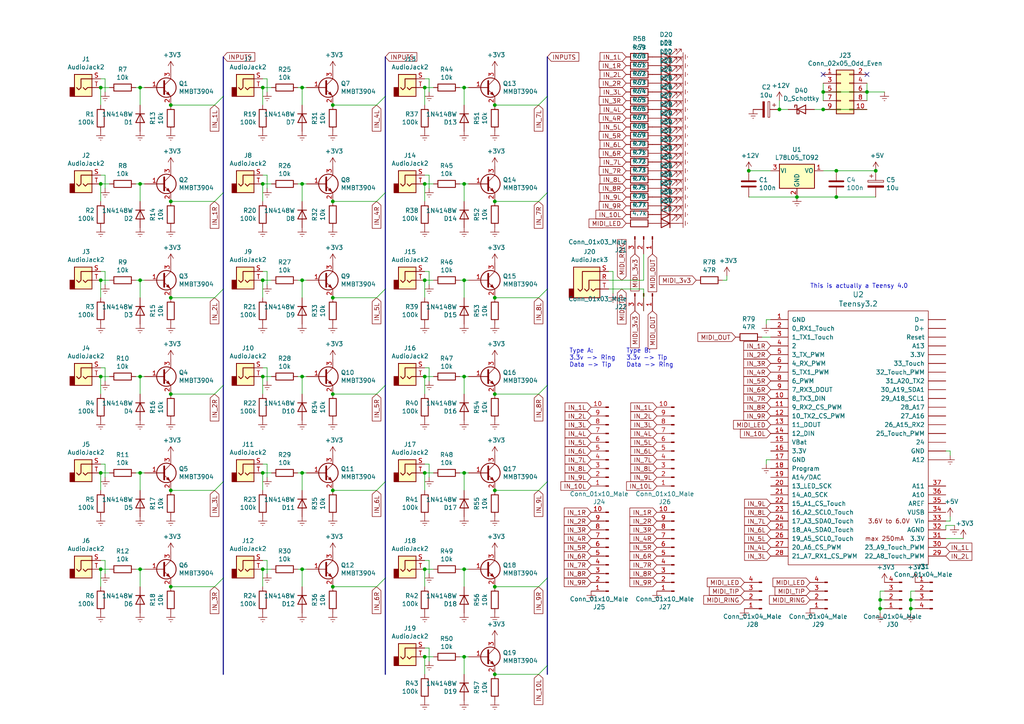
<source format=kicad_sch>
(kicad_sch (version 20211123) (generator eeschema)
  (paper "A4")
  (junction (at 264.16 176.53))
  (junction (at 29.21 81.28))
  (junction (at 96.52 170.18))
  (junction (at 255.27 176.53))
  (junction (at 49.53 58.42))
  (junction (at 123.19 137.16))
  (junction (at 238.76 26.67))
  (junction (at 76.2 109.22))
  (junction (at 255.27 173.99))
  (junction (at 96.52 86.36))
  (junction (at 242.57 57.15))
  (junction (at 87.63 53.34))
  (junction (at 96.52 114.3))
  (junction (at 76.2 137.16))
  (junction (at 231.14 57.15))
  (junction (at 40.64 81.28))
  (junction (at 123.19 81.28))
  (junction (at 264.16 173.99))
  (junction (at 49.53 142.24))
  (junction (at 49.53 114.3))
  (junction (at 96.52 58.42))
  (junction (at 143.51 195.58))
  (junction (at 123.19 165.1))
  (junction (at 226.06 31.75))
  (junction (at 134.62 25.4))
  (junction (at 29.21 137.16))
  (junction (at 123.19 53.34))
  (junction (at 143.51 114.3))
  (junction (at 143.51 86.36))
  (junction (at 76.2 53.34))
  (junction (at 29.21 109.22))
  (junction (at 87.63 81.28))
  (junction (at 143.51 58.42))
  (junction (at 134.62 81.28))
  (junction (at 87.63 165.1))
  (junction (at 76.2 81.28))
  (junction (at 143.51 30.48))
  (junction (at 40.64 25.4))
  (junction (at 76.2 25.4))
  (junction (at 143.51 142.24))
  (junction (at 87.63 137.16))
  (junction (at 143.51 170.18))
  (junction (at 134.62 165.1))
  (junction (at 242.57 49.53))
  (junction (at 134.62 190.5))
  (junction (at 29.21 53.34))
  (junction (at 87.63 109.22))
  (junction (at 238.76 31.75))
  (junction (at 123.19 25.4))
  (junction (at 96.52 142.24))
  (junction (at 123.19 109.22))
  (junction (at 49.53 170.18))
  (junction (at 134.62 53.34))
  (junction (at 29.21 25.4))
  (junction (at 134.62 109.22))
  (junction (at 40.64 165.1))
  (junction (at 49.53 86.36))
  (junction (at 251.46 26.67))
  (junction (at 96.52 30.48))
  (junction (at 217.17 49.53))
  (junction (at 40.64 109.22))
  (junction (at 29.21 165.1))
  (junction (at 254 49.53))
  (junction (at 40.64 137.16))
  (junction (at 76.2 165.1))
  (junction (at 40.64 53.34))
  (junction (at 123.19 190.5))
  (junction (at 49.53 30.48))
  (junction (at 134.62 137.16))
  (junction (at 87.63 25.4))
  (no_connect (at 238.76 21.59))
  (no_connect (at 251.46 21.59))
  (bus_entry (at 64.77 83.82) (size -2.54 2.54))
  (bus_entry (at 64.77 111.76) (size -2.54 2.54))
  (bus_entry (at 158.75 167.64) (size -2.54 2.54))
  (bus_entry (at 158.75 55.88) (size -2.54 2.54))
  (bus_entry (at 111.76 167.64) (size -2.54 2.54))
  (bus_entry (at 64.77 55.88) (size -2.54 2.54))
  (bus_entry (at 158.75 27.94) (size -2.54 2.54))
  (bus_entry (at 158.75 193.04) (size -2.54 2.54))
  (bus_entry (at 64.77 139.7) (size -2.54 2.54))
  (bus_entry (at 111.76 55.88) (size -2.54 2.54))
  (bus_entry (at 158.75 111.76) (size -2.54 2.54))
  (bus_entry (at 111.76 27.94) (size -2.54 2.54))
  (bus_entry (at 64.77 27.94) (size -2.54 2.54))
  (bus_entry (at 111.76 111.76) (size -2.54 2.54))
  (bus_entry (at 64.77 167.64) (size -2.54 2.54))
  (bus_entry (at 111.76 139.7) (size -2.54 2.54))
  (bus_entry (at 158.75 83.82) (size -2.54 2.54))
  (bus_entry (at 158.75 139.7) (size -2.54 2.54))
  (bus_entry (at 111.76 83.82) (size -2.54 2.54))
  (wire (pts (xy 222.25 92.71) (xy 223.52 92.71)))
  (wire (pts (xy 87.63 53.34) (xy 87.63 58.42)))
  (wire (pts (xy 265.43 173.99) (xy 264.16 173.99)))
  (bus (pts (xy 64.77 111.76) (xy 64.77 139.7)))
  (wire (pts (xy 40.64 25.4) (xy 41.91 25.4)))
  (bus (pts (xy 111.76 83.82) (xy 111.76 111.76)))
  (wire (pts (xy 124.46 26.67) (xy 124.46 22.86)))
  (wire (pts (xy 251.46 26.67) (xy 251.46 29.21)))
  (wire (pts (xy 255.27 173.99) (xy 255.27 171.45)))
  (wire (pts (xy 87.63 137.16) (xy 88.9 137.16)))
  (wire (pts (xy 133.35 109.22) (xy 134.62 109.22)))
  (wire (pts (xy 124.46 50.8) (xy 123.19 50.8)))
  (wire (pts (xy 134.62 165.1) (xy 135.89 165.1)))
  (wire (pts (xy 49.53 170.18) (xy 62.23 170.18)))
  (wire (pts (xy 76.2 86.36) (xy 76.2 81.28)))
  (wire (pts (xy 265.43 176.53) (xy 264.16 176.53)))
  (bus (pts (xy 64.77 139.7) (xy 64.77 167.64)))
  (wire (pts (xy 125.73 165.1) (xy 123.19 165.1)))
  (wire (pts (xy 123.19 142.24) (xy 123.19 137.16)))
  (bus (pts (xy 158.75 167.64) (xy 158.75 193.04)))
  (bus (pts (xy 64.77 83.82) (xy 64.77 111.76)))
  (wire (pts (xy 123.19 58.42) (xy 123.19 53.34)))
  (wire (pts (xy 29.21 170.18) (xy 29.21 165.1)))
  (wire (pts (xy 40.64 165.1) (xy 40.64 170.18)))
  (wire (pts (xy 133.35 53.34) (xy 134.62 53.34)))
  (wire (pts (xy 123.19 114.3) (xy 123.19 109.22)))
  (wire (pts (xy 251.46 26.67) (xy 238.76 26.67)))
  (bus (pts (xy 158.75 16.51) (xy 158.75 27.94)))
  (wire (pts (xy 134.62 25.4) (xy 134.62 30.48)))
  (wire (pts (xy 123.19 86.36) (xy 123.19 81.28)))
  (wire (pts (xy 125.73 137.16) (xy 123.19 137.16)))
  (wire (pts (xy 40.64 109.22) (xy 40.64 114.3)))
  (wire (pts (xy 29.21 86.36) (xy 29.21 81.28)))
  (wire (pts (xy 143.51 195.58) (xy 156.21 195.58)))
  (wire (pts (xy 242.57 57.15) (xy 231.14 57.15)))
  (wire (pts (xy 78.74 165.1) (xy 76.2 165.1)))
  (wire (pts (xy 31.75 53.34) (xy 29.21 53.34)))
  (bus (pts (xy 64.77 16.51) (xy 64.77 27.94)))
  (wire (pts (xy 87.63 109.22) (xy 88.9 109.22)))
  (wire (pts (xy 76.2 142.24) (xy 76.2 137.16)))
  (wire (pts (xy 125.73 109.22) (xy 123.19 109.22)))
  (wire (pts (xy 77.47 162.56) (xy 76.2 162.56)))
  (wire (pts (xy 77.47 106.68) (xy 76.2 106.68)))
  (wire (pts (xy 78.74 137.16) (xy 76.2 137.16)))
  (wire (pts (xy 264.16 177.8) (xy 264.16 176.53)))
  (wire (pts (xy 226.06 29.21) (xy 226.06 31.75)))
  (wire (pts (xy 49.53 114.3) (xy 62.23 114.3)))
  (wire (pts (xy 31.75 165.1) (xy 29.21 165.1)))
  (bus (pts (xy 111.76 139.7) (xy 111.76 167.64)))
  (wire (pts (xy 209.55 81.28) (xy 210.82 81.28)))
  (wire (pts (xy 78.74 25.4) (xy 76.2 25.4)))
  (wire (pts (xy 133.35 165.1) (xy 134.62 165.1)))
  (bus (pts (xy 111.76 111.76) (xy 111.76 139.7)))
  (wire (pts (xy 77.47 26.67) (xy 77.47 22.86)))
  (wire (pts (xy 30.48 78.74) (xy 29.21 78.74)))
  (wire (pts (xy 238.76 24.13) (xy 238.76 26.67)))
  (wire (pts (xy 77.47 134.62) (xy 76.2 134.62)))
  (bus (pts (xy 111.76 27.94) (xy 111.76 55.88)))
  (wire (pts (xy 49.53 142.24) (xy 62.23 142.24)))
  (wire (pts (xy 39.37 109.22) (xy 40.64 109.22)))
  (wire (pts (xy 134.62 109.22) (xy 134.62 114.3)))
  (wire (pts (xy 264.16 176.53) (xy 264.16 173.99)))
  (wire (pts (xy 124.46 162.56) (xy 123.19 162.56)))
  (wire (pts (xy 77.47 138.43) (xy 77.47 134.62)))
  (wire (pts (xy 256.54 173.99) (xy 255.27 173.99)))
  (wire (pts (xy 274.32 156.21) (xy 279.4 156.21)))
  (wire (pts (xy 231.14 57.15) (xy 217.17 57.15)))
  (wire (pts (xy 77.47 54.61) (xy 77.47 50.8)))
  (bus (pts (xy 111.76 167.64) (xy 111.76 195.58)))
  (wire (pts (xy 49.53 30.48) (xy 62.23 30.48)))
  (wire (pts (xy 39.37 165.1) (xy 40.64 165.1)))
  (wire (pts (xy 96.52 170.18) (xy 109.22 170.18)))
  (wire (pts (xy 143.51 86.36) (xy 156.21 86.36)))
  (wire (pts (xy 134.62 53.34) (xy 134.62 58.42)))
  (wire (pts (xy 124.46 138.43) (xy 124.46 134.62)))
  (wire (pts (xy 87.63 25.4) (xy 88.9 25.4)))
  (wire (pts (xy 86.36 53.34) (xy 87.63 53.34)))
  (wire (pts (xy 223.52 97.79) (xy 220.98 97.79)))
  (wire (pts (xy 40.64 109.22) (xy 41.91 109.22)))
  (wire (pts (xy 40.64 81.28) (xy 40.64 86.36)))
  (wire (pts (xy 186.69 90.17) (xy 186.69 83.82)))
  (wire (pts (xy 96.52 142.24) (xy 109.22 142.24)))
  (wire (pts (xy 39.37 81.28) (xy 40.64 81.28)))
  (wire (pts (xy 77.47 22.86) (xy 76.2 22.86)))
  (wire (pts (xy 124.46 187.96) (xy 123.19 187.96)))
  (wire (pts (xy 236.22 31.75) (xy 238.76 31.75)))
  (wire (pts (xy 78.74 81.28) (xy 76.2 81.28)))
  (wire (pts (xy 134.62 81.28) (xy 135.89 81.28)))
  (wire (pts (xy 143.51 114.3) (xy 156.21 114.3)))
  (wire (pts (xy 76.2 30.48) (xy 76.2 25.4)))
  (wire (pts (xy 222.25 134.62) (xy 222.25 133.35)))
  (wire (pts (xy 275.59 151.13) (xy 274.32 151.13)))
  (wire (pts (xy 276.86 152.4) (xy 274.32 152.4)))
  (wire (pts (xy 265.43 171.45) (xy 264.16 171.45)))
  (wire (pts (xy 39.37 25.4) (xy 40.64 25.4)))
  (wire (pts (xy 87.63 53.34) (xy 88.9 53.34)))
  (wire (pts (xy 40.64 137.16) (xy 40.64 142.24)))
  (wire (pts (xy 87.63 137.16) (xy 87.63 142.24)))
  (bus (pts (xy 111.76 16.51) (xy 111.76 27.94)))
  (wire (pts (xy 275.59 132.08) (xy 275.59 130.81)))
  (wire (pts (xy 78.74 53.34) (xy 76.2 53.34)))
  (wire (pts (xy 87.63 165.1) (xy 88.9 165.1)))
  (wire (pts (xy 238.76 49.53) (xy 242.57 49.53)))
  (wire (pts (xy 134.62 190.5) (xy 135.89 190.5)))
  (wire (pts (xy 30.48 54.61) (xy 30.48 50.8)))
  (wire (pts (xy 134.62 190.5) (xy 134.62 195.58)))
  (wire (pts (xy 87.63 109.22) (xy 87.63 114.3)))
  (wire (pts (xy 77.47 110.49) (xy 77.47 106.68)))
  (wire (pts (xy 133.35 81.28) (xy 134.62 81.28)))
  (wire (pts (xy 133.35 190.5) (xy 134.62 190.5)))
  (wire (pts (xy 31.75 25.4) (xy 29.21 25.4)))
  (wire (pts (xy 134.62 53.34) (xy 135.89 53.34)))
  (wire (pts (xy 78.74 109.22) (xy 76.2 109.22)))
  (wire (pts (xy 176.53 78.74) (xy 177.8 78.74)))
  (wire (pts (xy 222.25 133.35) (xy 223.52 133.35)))
  (wire (pts (xy 123.19 30.48) (xy 123.19 25.4)))
  (wire (pts (xy 124.46 134.62) (xy 123.19 134.62)))
  (wire (pts (xy 251.46 31.75) (xy 238.76 31.75)))
  (wire (pts (xy 29.21 58.42) (xy 29.21 53.34)))
  (wire (pts (xy 133.35 137.16) (xy 134.62 137.16)))
  (wire (pts (xy 29.21 30.48) (xy 29.21 25.4)))
  (wire (pts (xy 30.48 134.62) (xy 29.21 134.62)))
  (wire (pts (xy 76.2 58.42) (xy 76.2 53.34)))
  (wire (pts (xy 31.75 137.16) (xy 29.21 137.16)))
  (wire (pts (xy 86.36 81.28) (xy 87.63 81.28)))
  (wire (pts (xy 125.73 190.5) (xy 123.19 190.5)))
  (wire (pts (xy 124.46 191.77) (xy 124.46 187.96)))
  (wire (pts (xy 124.46 166.37) (xy 124.46 162.56)))
  (wire (pts (xy 86.36 165.1) (xy 87.63 165.1)))
  (wire (pts (xy 96.52 30.48) (xy 109.22 30.48)))
  (wire (pts (xy 124.46 106.68) (xy 123.19 106.68)))
  (wire (pts (xy 143.51 142.24) (xy 156.21 142.24)))
  (wire (pts (xy 76.2 170.18) (xy 76.2 165.1)))
  (wire (pts (xy 251.46 24.13) (xy 251.46 26.67)))
  (wire (pts (xy 39.37 137.16) (xy 40.64 137.16)))
  (bus (pts (xy 158.75 55.88) (xy 158.75 83.82)))
  (wire (pts (xy 86.36 137.16) (xy 87.63 137.16)))
  (wire (pts (xy 242.57 49.53) (xy 254 49.53)))
  (wire (pts (xy 87.63 81.28) (xy 88.9 81.28)))
  (wire (pts (xy 77.47 166.37) (xy 77.47 162.56)))
  (wire (pts (xy 217.17 49.53) (xy 223.52 49.53)))
  (wire (pts (xy 39.37 53.34) (xy 40.64 53.34)))
  (wire (pts (xy 30.48 26.67) (xy 30.48 22.86)))
  (wire (pts (xy 87.63 25.4) (xy 87.63 30.48)))
  (bus (pts (xy 64.77 167.64) (xy 64.77 195.58)))
  (wire (pts (xy 177.8 78.74) (xy 177.8 85.09)))
  (wire (pts (xy 134.62 25.4) (xy 135.89 25.4)))
  (wire (pts (xy 30.48 166.37) (xy 30.48 162.56)))
  (wire (pts (xy 275.59 130.81) (xy 274.32 130.81)))
  (wire (pts (xy 86.36 25.4) (xy 87.63 25.4)))
  (bus (pts (xy 64.77 55.88) (xy 64.77 83.82)))
  (wire (pts (xy 143.51 58.42) (xy 156.21 58.42)))
  (wire (pts (xy 29.21 114.3) (xy 29.21 109.22)))
  (wire (pts (xy 134.62 137.16) (xy 135.89 137.16)))
  (wire (pts (xy 96.52 86.36) (xy 109.22 86.36)))
  (wire (pts (xy 40.64 53.34) (xy 41.91 53.34)))
  (wire (pts (xy 210.82 81.28) (xy 210.82 80.01)))
  (wire (pts (xy 30.48 50.8) (xy 29.21 50.8)))
  (wire (pts (xy 49.53 58.42) (xy 62.23 58.42)))
  (wire (pts (xy 176.53 81.28) (xy 186.69 81.28)))
  (wire (pts (xy 134.62 109.22) (xy 135.89 109.22)))
  (wire (pts (xy 226.06 31.75) (xy 228.6 31.75)))
  (wire (pts (xy 86.36 109.22) (xy 87.63 109.22)))
  (wire (pts (xy 40.64 165.1) (xy 41.91 165.1)))
  (wire (pts (xy 123.19 195.58) (xy 123.19 190.5)))
  (wire (pts (xy 87.63 81.28) (xy 87.63 86.36)))
  (wire (pts (xy 256.54 26.67) (xy 251.46 26.67)))
  (wire (pts (xy 76.2 114.3) (xy 76.2 109.22)))
  (wire (pts (xy 274.32 152.4) (xy 274.32 153.67)))
  (wire (pts (xy 256.54 171.45) (xy 255.27 171.45)))
  (wire (pts (xy 125.73 53.34) (xy 123.19 53.34)))
  (bus (pts (xy 158.75 83.82) (xy 158.75 111.76)))
  (wire (pts (xy 186.69 81.28) (xy 186.69 73.66)))
  (wire (pts (xy 30.48 82.55) (xy 30.48 78.74)))
  (wire (pts (xy 30.48 22.86) (xy 29.21 22.86)))
  (wire (pts (xy 40.64 53.34) (xy 40.64 58.42)))
  (wire (pts (xy 31.75 81.28) (xy 29.21 81.28)))
  (wire (pts (xy 29.21 142.24) (xy 29.21 137.16)))
  (wire (pts (xy 124.46 78.74) (xy 123.19 78.74)))
  (wire (pts (xy 275.59 149.86) (xy 275.59 151.13)))
  (wire (pts (xy 31.75 109.22) (xy 29.21 109.22)))
  (wire (pts (xy 96.52 114.3) (xy 109.22 114.3)))
  (wire (pts (xy 238.76 26.67) (xy 238.76 29.21)))
  (wire (pts (xy 125.73 81.28) (xy 123.19 81.28)))
  (wire (pts (xy 30.48 106.68) (xy 29.21 106.68)))
  (wire (pts (xy 40.64 81.28) (xy 41.91 81.28)))
  (wire (pts (xy 255.27 177.8) (xy 255.27 176.53)))
  (wire (pts (xy 30.48 138.43) (xy 30.48 134.62)))
  (wire (pts (xy 222.25 93.98) (xy 222.25 92.71)))
  (wire (pts (xy 30.48 162.56) (xy 29.21 162.56)))
  (bus (pts (xy 111.76 55.88) (xy 111.76 83.82)))
  (wire (pts (xy 256.54 176.53) (xy 255.27 176.53)))
  (wire (pts (xy 30.48 110.49) (xy 30.48 106.68)))
  (wire (pts (xy 143.51 170.18) (xy 156.21 170.18)))
  (wire (pts (xy 255.27 176.53) (xy 255.27 173.99)))
  (bus (pts (xy 158.75 27.94) (xy 158.75 55.88)))
  (wire (pts (xy 96.52 58.42) (xy 109.22 58.42)))
  (wire (pts (xy 124.46 54.61) (xy 124.46 50.8)))
  (wire (pts (xy 124.46 22.86) (xy 123.19 22.86)))
  (bus (pts (xy 158.75 111.76) (xy 158.75 139.7)))
  (wire (pts (xy 124.46 82.55) (xy 124.46 78.74)))
  (wire (pts (xy 77.47 82.55) (xy 77.47 78.74)))
  (wire (pts (xy 254 57.15) (xy 242.57 57.15)))
  (wire (pts (xy 125.73 25.4) (xy 123.19 25.4)))
  (wire (pts (xy 87.63 165.1) (xy 87.63 170.18)))
  (wire (pts (xy 134.62 165.1) (xy 134.62 170.18)))
  (bus (pts (xy 158.75 193.04) (xy 158.75 195.58)))
  (wire (pts (xy 40.64 137.16) (xy 41.91 137.16)))
  (bus (pts (xy 158.75 139.7) (xy 158.75 167.64)))
  (wire (pts (xy 176.53 83.82) (xy 186.69 83.82)))
  (wire (pts (xy 143.51 30.48) (xy 156.21 30.48)))
  (wire (pts (xy 124.46 110.49) (xy 124.46 106.68)))
  (wire (pts (xy 134.62 137.16) (xy 134.62 142.24)))
  (wire (pts (xy 134.62 81.28) (xy 134.62 86.36)))
  (wire (pts (xy 264.16 173.99) (xy 264.16 171.45)))
  (wire (pts (xy 49.53 86.36) (xy 62.23 86.36)))
  (wire (pts (xy 40.64 25.4) (xy 40.64 30.48)))
  (wire (pts (xy 77.47 78.74) (xy 76.2 78.74)))
  (bus (pts (xy 64.77 27.94) (xy 64.77 55.88)))
  (wire (pts (xy 123.19 170.18) (xy 123.19 165.1)))
  (wire (pts (xy 133.35 25.4) (xy 134.62 25.4)))
  (wire (pts (xy 77.47 50.8) (xy 76.2 50.8)))
  (text "Type B:\n3.3v -> Tip\nData -> Ring" (at 181.61 106.68 0) (effects (font (size 1.27 1.27)) (justify left bottom)))
  (text "Type A:\n3.3v -> Ring\nData -> Tip" (at 165.1 106.68 0) (effects (font (size 1.27 1.27)) (justify left bottom)))
  (text "This is actually a Teensy 4.0" (at 234.95 83.82 0) (effects (font (size 1.27 1.27)) (justify left bottom)))
  (global_label "IN_7L" (shape input) (at 181.61 46.99 180) (property "Intersheet References" "${INTERSHEET_REFS}" (effects hide)))
  (global_label "IN_8L" (shape input) (at 190.5 135.89 180) (property "Intersheet References" "${INTERSHEET_REFS}" (effects hide)))
  (global_label "IN_4L" (shape input) (at 181.61 31.75 180) (property "Intersheet References" "${INTERSHEET_REFS}" (effects hide)))
  (global_label "IN_6R" (shape input) (at 109.22 170.18 270) (property "Intersheet References" "${INTERSHEET_REFS}" (effects hide)))
  (global_label "IN_10L" (shape input) (at 156.21 195.58 270) (property "Intersheet References" "${INTERSHEET_REFS}" (effects hide)))
  (global_label "IN_8L" (shape input) (at 181.61 52.07 180) (property "Intersheet References" "${INTERSHEET_REFS}" (effects hide)))
  (global_label "IN_6R" (shape input) (at 190.5 161.29 180) (property "Intersheet References" "${INTERSHEET_REFS}" (effects hide)))
  (global_label "IN_9L" (shape input) (at 181.61 57.15 180) (property "Intersheet References" "${INTERSHEET_REFS}" (effects hide)))
  (global_label "IN_5R" (shape input) (at 109.22 114.3 270) (property "Intersheet References" "${INTERSHEET_REFS}" (effects hide)))
  (global_label "IN_9L" (shape input) (at 190.5 138.43 180) (property "Intersheet References" "${INTERSHEET_REFS}" (effects hide)))
  (global_label "IN_9R" (shape input) (at 181.61 59.69 180) (property "Intersheet References" "${INTERSHEET_REFS}" (effects hide)))
  (global_label "IN_8R" (shape input) (at 223.52 118.11 180) (property "Intersheet References" "${INTERSHEET_REFS}" (effects hide)))
  (global_label "IN_2L" (shape input) (at 181.61 21.59 180) (property "Intersheet References" "${INTERSHEET_REFS}" (effects hide)))
  (global_label "MIDI_3v3" (shape input) (at 184.15 73.66 270) (property "Intersheet References" "${INTERSHEET_REFS}" (effects hide)))
  (global_label "IN_1R" (shape input) (at 62.23 58.42 270) (property "Intersheet References" "${INTERSHEET_REFS}" (effects hide)))
  (global_label "IN_2R" (shape input) (at 171.45 151.13 180) (property "Intersheet References" "${INTERSHEET_REFS}" (effects hide)))
  (global_label "IN_5L" (shape input) (at 190.5 128.27 180) (property "Intersheet References" "${INTERSHEET_REFS}" (effects hide)))
  (global_label "INPUTS" (shape input) (at 158.75 16.51 0) (property "Intersheet References" "${INTERSHEET_REFS}" (effects hide)))
  (global_label "MIDI_TIP" (shape input) (at 234.95 171.45 180) (property "Intersheet References" "${INTERSHEET_REFS}" (effects hide)))
  (global_label "IN_1L" (shape input) (at 62.23 30.48 270) (property "Intersheet References" "${INTERSHEET_REFS}" (effects hide)))
  (global_label "MIDI_OUT" (shape input) (at 213.36 97.79 180) (property "Intersheet References" "${INTERSHEET_REFS}" (effects hide)))
  (global_label "MIDI_RING" (shape input) (at 234.95 173.99 180) (property "Intersheet References" "${INTERSHEET_REFS}" (effects hide)))
  (global_label "IN_7R" (shape input) (at 181.61 49.53 180) (property "Intersheet References" "${INTERSHEET_REFS}" (effects hide)))
  (global_label "IN_9L" (shape input) (at 171.45 138.43 180) (property "Intersheet References" "${INTERSHEET_REFS}" (effects hide)))
  (global_label "IN_2R" (shape input) (at 190.5 151.13 180) (property "Intersheet References" "${INTERSHEET_REFS}" (effects hide)))
  (global_label "IN_2L" (shape input) (at 62.23 86.36 270) (property "Intersheet References" "${INTERSHEET_REFS}" (effects hide)))
  (global_label "IN_10L" (shape input) (at 223.52 125.73 180) (property "Intersheet References" "${INTERSHEET_REFS}" (effects hide)))
  (global_label "MIDI_TIP" (shape input) (at 215.9 171.45 180) (property "Intersheet References" "${INTERSHEET_REFS}" (effects hide)))
  (global_label "MIDI_3v3" (shape input) (at 184.15 90.17 270) (property "Intersheet References" "${INTERSHEET_REFS}" (effects hide)))
  (global_label "IN_8R" (shape input) (at 171.45 166.37 180) (property "Intersheet References" "${INTERSHEET_REFS}" (effects hide)))
  (global_label "IN_6R" (shape input) (at 223.52 113.03 180) (property "Intersheet References" "${INTERSHEET_REFS}" (effects hide)))
  (global_label "IN_3L" (shape input) (at 171.45 123.19 180) (property "Intersheet References" "${INTERSHEET_REFS}" (effects hide)))
  (global_label "IN_3R" (shape input) (at 171.45 153.67 180) (property "Intersheet References" "${INTERSHEET_REFS}" (effects hide)))
  (global_label "IN_7L" (shape input) (at 171.45 133.35 180) (property "Intersheet References" "${INTERSHEET_REFS}" (effects hide)))
  (global_label "IN_5L" (shape input) (at 223.52 156.21 180) (property "Intersheet References" "${INTERSHEET_REFS}" (effects hide)))
  (global_label "IN_4L" (shape input) (at 171.45 125.73 180) (property "Intersheet References" "${INTERSHEET_REFS}" (effects hide)))
  (global_label "IN_5L" (shape input) (at 109.22 86.36 270) (property "Intersheet References" "${INTERSHEET_REFS}" (effects hide)))
  (global_label "IN_7R" (shape input) (at 156.21 58.42 270) (property "Intersheet References" "${INTERSHEET_REFS}" (effects hide)))
  (global_label "IN_9R" (shape input) (at 171.45 168.91 180) (property "Intersheet References" "${INTERSHEET_REFS}" (effects hide)))
  (global_label "IN_5R" (shape input) (at 223.52 110.49 180) (property "Intersheet References" "${INTERSHEET_REFS}" (effects hide)))
  (global_label "IN_9L" (shape input) (at 223.52 146.05 180) (property "Intersheet References" "${INTERSHEET_REFS}" (effects hide)))
  (global_label "IN_1R" (shape input) (at 223.52 100.33 180) (property "Intersheet References" "${INTERSHEET_REFS}" (effects hide)))
  (global_label "IN_5R" (shape input) (at 190.5 158.75 180) (property "Intersheet References" "${INTERSHEET_REFS}" (effects hide)))
  (global_label "IN_8R" (shape input) (at 156.21 114.3 270) (property "Intersheet References" "${INTERSHEET_REFS}" (effects hide)))
  (global_label "IN_4L" (shape input) (at 109.22 30.48 270) (property "Intersheet References" "${INTERSHEET_REFS}" (effects hide)))
  (global_label "IN_5R" (shape input) (at 181.61 39.37 180) (property "Intersheet References" "${INTERSHEET_REFS}" (effects hide)))
  (global_label "IN_3R" (shape input) (at 223.52 105.41 180) (property "Intersheet References" "${INTERSHEET_REFS}" (effects hide)))
  (global_label "MIDI_LED" (shape input) (at 181.61 64.77 180) (property "Intersheet References" "${INTERSHEET_REFS}" (effects hide)))
  (global_label "IN_6L" (shape input) (at 171.45 130.81 180) (property "Intersheet References" "${INTERSHEET_REFS}" (effects hide)))
  (global_label "MIDI_RING" (shape input) (at 180.34 81.28 90) (property "Intersheet References" "${INTERSHEET_REFS}" (effects hide)))
  (global_label "IN_3R" (shape input) (at 181.61 29.21 180) (property "Intersheet References" "${INTERSHEET_REFS}" (effects hide)))
  (global_label "MIDI_LED" (shape input) (at 223.52 123.19 180) (property "Intersheet References" "${INTERSHEET_REFS}" (effects hide)))
  (global_label "IN_1L" (shape input) (at 190.5 118.11 180) (property "Intersheet References" "${INTERSHEET_REFS}" (effects hide)))
  (global_label "IN_2R" (shape input) (at 223.52 102.87 180) (property "Intersheet References" "${INTERSHEET_REFS}" (effects hide)))
  (global_label "IN_7L" (shape input) (at 156.21 30.48 270) (property "Intersheet References" "${INTERSHEET_REFS}" (effects hide)))
  (global_label "MIDI_LED" (shape input) (at 234.95 168.91 180) (property "Intersheet References" "${INTERSHEET_REFS}" (effects hide)))
  (global_label "MIDI_LED" (shape input) (at 215.9 168.91 180) (property "Intersheet References" "${INTERSHEET_REFS}" (effects hide)))
  (global_label "IN_2R" (shape input) (at 62.23 114.3 270) (property "Intersheet References" "${INTERSHEET_REFS}" (effects hide)))
  (global_label "IN_4R" (shape input) (at 190.5 156.21 180) (property "Intersheet References" "${INTERSHEET_REFS}" (effects hide)))
  (global_label "IN_2L" (shape input) (at 190.5 120.65 180) (property "Intersheet References" "${INTERSHEET_REFS}" (effects hide)))
  (global_label "IN_8L" (shape input) (at 171.45 135.89 180) (property "Intersheet References" "${INTERSHEET_REFS}" (effects hide)))
  (global_label "MIDI_TIP" (shape input) (at 180.34 83.82 270) (property "Intersheet References" "${INTERSHEET_REFS}" (effects hide)))
  (global_label "IN_7L" (shape input) (at 223.52 151.13 180) (property "Intersheet References" "${INTERSHEET_REFS}" (effects hide)))
  (global_label "IN_7R" (shape input) (at 190.5 163.83 180) (property "Intersheet References" "${INTERSHEET_REFS}" (effects hide)))
  (global_label "IN_9L" (shape input) (at 156.21 142.24 270) (property "Intersheet References" "${INTERSHEET_REFS}" (effects hide)))
  (global_label "IN_6L" (shape input) (at 190.5 130.81 180) (property "Intersheet References" "${INTERSHEET_REFS}" (effects hide)))
  (global_label "IN_1L" (shape input) (at 171.45 118.11 180) (property "Intersheet References" "${INTERSHEET_REFS}" (effects hide)))
  (global_label "IN_5L" (shape input) (at 171.45 128.27 180) (property "Intersheet References" "${INTERSHEET_REFS}" (effects hide)))
  (global_label "IN_8L" (shape input) (at 156.21 86.36 270) (property "Intersheet References" "${INTERSHEET_REFS}" (effects hide)))
  (global_label "IN_9R" (shape input) (at 156.21 170.18 270) (property "Intersheet References" "${INTERSHEET_REFS}" (effects hide)))
  (global_label "IN_6R" (shape input) (at 171.45 161.29 180) (property "Intersheet References" "${INTERSHEET_REFS}" (effects hide)))
  (global_label "IN_10L" (shape input) (at 190.5 140.97 180) (property "Intersheet References" "${INTERSHEET_REFS}" (effects hide)))
  (global_label "IN_10L" (shape input) (at 171.45 140.97 180) (property "Intersheet References" "${INTERSHEET_REFS}" (effects hide)))
  (global_label "IN_6R" (shape input) (at 181.61 44.45 180) (property "Intersheet References" "${INTERSHEET_REFS}" (effects hide)))
  (global_label "IN_1L" (shape input) (at 181.61 16.51 180) (property "Intersheet References" "${INTERSHEET_REFS}" (effects hide)))
  (global_label "INPUTS" (shape input) (at 64.77 16.51 0) (property "Intersheet References" "${INTERSHEET_REFS}" (effects hide)))
  (global_label "IN_4R" (shape input) (at 223.52 107.95 180) (property "Intersheet References" "${INTERSHEET_REFS}" (effects hide)))
  (global_label "INPUTS" (shape input) (at 111.76 16.51 0) (property "Intersheet References" "${INTERSHEET_REFS}" (effects hide)))
  (global_label "IN_2L" (shape input) (at 171.45 120.65 180) (property "Intersheet References" "${INTERSHEET_REFS}" (effects hide)))
  (global_label "IN_2R" (shape input) (at 181.61 24.13 180) (property "Intersheet References" "${INTERSHEET_REFS}" (effects hide)))
  (global_label "IN_5L" (shape input) (at 181.61 36.83 180) (property "Intersheet References" "${INTERSHEET_REFS}" (effects hide)))
  (global_label "IN_3L" (shape input) (at 181.61 26.67 180) (property "Intersheet References" "${INTERSHEET_REFS}" (effects hide)))
  (global_label "IN_6L" (shape input) (at 109.22 142.24 270) (property "Intersheet References" "${INTERSHEET_REFS}" (effects hide)))
  (global_label "MIDI_3v3" (shape input) (at 201.93 81.28 180) (property "Intersheet References" "${INTERSHEET_REFS}" (effects hide)))
  (global_label "IN_2L" (shape input) (at 274.32 161.29 0) (property "Intersheet References" "${INTERSHEET_REFS}" (effects hide)))
  (global_label "IN_7L" (shape input) (at 190.5 133.35 180) (property "Intersheet References" "${INTERSHEET_REFS}" (effects hide)))
  (global_label "IN_4L" (shape input) (at 190.5 125.73 180) (property "Intersheet References" "${INTERSHEET_REFS}" (effects hide)))
  (global_label "IN_8R" (shape input) (at 181.61 54.61 180) (property "Intersheet References" "${INTERSHEET_REFS}" (effects hide)))
  (global_label "IN_1R" (shape input) (at 190.5 148.59 180) (property "Intersheet References" "${INTERSHEET_REFS}" (effects hide)))
  (global_label "IN_8R" (shape input) (at 190.5 166.37 180) (property "Intersheet References" "${INTERSHEET_REFS}" (effects hide)))
  (global_label "IN_3L" (shape input) (at 223.52 161.29 180) (property "Intersheet References" "${INTERSHEET_REFS}" (effects hide)))
  (global_label "IN_7R" (shape input) (at 223.52 115.57 180) (property "Intersheet References" "${INTERSHEET_REFS}" (effects hide)))
  (global_label "IN_8L" (shape input) (at 223.52 148.59 180) (property "Intersheet References" "${INTERSHEET_REFS}" (effects hide)))
  (global_label "IN_4R" (shape input) (at 109.22 58.42 270) (property "Intersheet References" "${INTERSHEET_REFS}" (effects hide)))
  (global_label "IN_1R" (shape input) (at 181.61 19.05 180) (property "Intersheet References" "${INTERSHEET_REFS}" (effects hide)))
  (global_label "IN_9R" (shape input) (at 190.5 168.91 180) (property "Intersheet References" "${INTERSHEET_REFS}" (effects hide)))
  (global_label "IN_10L" (shape input) (at 181.61 62.23 180) (property "Intersheet References" "${INTERSHEET_REFS}" (effects hide)))
  (global_label "IN_1R" (shape input) (at 171.45 148.59 180) (property "Intersheet References" "${INTERSHEET_REFS}" (effects hide)))
  (global_label "IN_1L" (shape input) (at 274.32 158.75 0) (property "Intersheet References" "${INTERSHEET_REFS}" (effects hide)))
  (global_label "IN_7R" (shape input) (at 171.45 163.83 180) (property "Intersheet References" "${INTERSHEET_REFS}" (effects hide)))
  (global_label "IN_5R" (shape input) (at 171.45 158.75 180) (property "Intersheet References" "${INTERSHEET_REFS}" (effects hide)))
  (global_label "IN_3L" (shape input) (at 190.5 123.19 180) (property "Intersheet References" "${INTERSHEET_REFS}" (effects hide)))
  (global_label "IN_3R" (shape input) (at 62.23 170.18 270) (property "Intersheet References" "${INTERSHEET_REFS}" (effects hide)))
  (global_label "IN_4R" (shape input) (at 181.61 34.29 180) (property "Intersheet References" "${INTERSHEET_REFS}" (effects hide)))
  (global_label "MIDI_RING" (shape input) (at 215.9 173.99 180) (property "Intersheet References" "${INTERSHEET_REFS}" (effects hide)))
  (global_label "IN_6L" (shape input) (at 181.61 41.91 180) (property "Intersheet References" "${INTERSHEET_REFS}" (effects hide)))
  (global_label "IN_4L" (shape input) (at 223.52 158.75 180) (property "Intersheet References" "${INTERSHEET_REFS}" (effects hide)))
  (global_label "MIDI_OUT" (shape input) (at 189.23 90.17 270) (property "Intersheet References" "${INTERSHEET_REFS}" (effects hide)))
  (global_label "IN_3L" (shape input) (at 62.23 142.24 270) (property "Intersheet References" "${INTERSHEET_REFS}" (effects hide)))
  (global_label "MIDI_OUT" (shape input) (at 189.23 73.66 270) (property "Intersheet References" "${INTERSHEET_REFS}" (effects hide)))
  (global_label "IN_3R" (shape input) (at 190.5 153.67 180) (property "Intersheet References" "${INTERSHEET_REFS}" (effects hide)))
  (global_label "IN_9R" (shape input) (at 223.52 120.65 180) (property "Intersheet References" "${INTERSHEET_REFS}" (effects hide)))
  (global_label "IN_4R" (shape input) (at 171.45 156.21 180) (property "Intersheet References" "${INTERSHEET_REFS}" (effects hide)))
  (global_label "IN_6L" (shape input) (at 223.52 153.67 180) (property "Intersheet References" "${INTERSHEET_REFS}" (effects hide)))
  (symbol (lib_id "Connector:AudioJack2") (at 24.13 25.4 0) (unit 1)
    (property "Reference" "J1" (at 24.9428 17.145 0))
    (property "Value" "AudioJack2" (at 24.9428 19.4564 0))
    (property "Footprint" "Connector_Audio:Jack_3.5mm_QingPu_WQP-PJ398SM_Vertical_CircularHoles" (effects hide))
  )
  (symbol (lib_id "power:Earth") (at 30.48 26.67 0) (unit 1)
    (property "Reference" "#PWR07" (effects hide))
    (property "Value" "Earth" (effects hide))
  )
  (symbol (lib_id "Device:R") (at 35.56 25.4 270) (unit 1)
    (property "Reference" "R7" (at 35.56 20.1422 90))
    (property "Value" "10k" (at 35.56 22.4536 90))
    (property "Footprint" "Resistor_SMD:R_0805_2012Metric" (effects hide))
  )
  (symbol (lib_id "Transistor_BJT:MMBT3904") (at 46.99 25.4 0) (unit 1)
    (property "Reference" "Q1" (at 51.8414 24.2316 0) (effects (justify left)))
    (property "Value" "MMBT3904" (at 51.8414 26.543 0) (effects (justify left)))
    (property "Footprint" "Package_TO_SOT_SMD:SOT-23" (effects hide))
    (property "Datasheet" "https://www.fairchildsemi.com/datasheets/2N/2N3904.pdf" (effects hide))
  )
  (symbol (lib_id "power:+3.3V") (at 49.53 20.32 0) (unit 1)
    (property "Reference" "#PWR019" (effects hide))
    (property "Value" "+3.3V" (at 49.911 15.9258 0))
  )
  (symbol (lib_id "Device:R") (at 49.53 34.29 0) (unit 1)
    (property "Reference" "R13" (at 44.2722 34.29 90))
    (property "Value" "10k" (at 46.5836 34.29 90))
    (property "Footprint" "Resistor_SMD:R_0805_2012Metric" (effects hide))
  )
  (symbol (lib_id "Diode:1N4148W") (at 40.64 34.29 270) (unit 1)
    (property "Reference" "D1" (at 38.608 35.4584 90) (effects (justify right)))
    (property "Value" "1N4148W" (at 38.608 33.147 90) (effects (justify right)))
    (property "Footprint" "Diode_SMD:D_SOD-123" (effects hide))
    (property "Datasheet" "https://www.vishay.com/docs/85748/1n4148w.pdf" (effects hide))
  )
  (symbol (lib_id "power:Earth") (at 40.64 38.1 0) (unit 1)
    (property "Reference" "#PWR013" (effects hide))
    (property "Value" "Earth" (effects hide))
  )
  (symbol (lib_id "power:Earth") (at 49.53 38.1 0) (unit 1)
    (property "Reference" "#PWR020" (effects hide))
    (property "Value" "Earth" (effects hide))
  )
  (symbol (lib_id "Connector:AudioJack2") (at 24.13 53.34 0) (unit 1)
    (property "Reference" "J2" (at 24.9428 45.085 0))
    (property "Value" "AudioJack2" (at 24.9428 47.3964 0))
    (property "Footprint" "Connector_Audio:Jack_3.5mm_QingPu_WQP-PJ398SM_Vertical_CircularHoles" (effects hide))
  )
  (symbol (lib_id "power:Earth") (at 30.48 54.61 0) (unit 1)
    (property "Reference" "#PWR08" (effects hide))
    (property "Value" "Earth" (effects hide))
  )
  (symbol (lib_id "Device:R") (at 35.56 53.34 270) (unit 1)
    (property "Reference" "R8" (at 35.56 48.0822 90))
    (property "Value" "10k" (at 35.56 50.3936 90))
    (property "Footprint" "Resistor_SMD:R_0805_2012Metric" (effects hide))
  )
  (symbol (lib_id "Transistor_BJT:MMBT3904") (at 46.99 53.34 0) (unit 1)
    (property "Reference" "Q2" (at 51.8414 52.1716 0) (effects (justify left)))
    (property "Value" "MMBT3904" (at 51.8414 54.483 0) (effects (justify left)))
    (property "Footprint" "Package_TO_SOT_SMD:SOT-23" (effects hide))
    (property "Datasheet" "https://www.fairchildsemi.com/datasheets/2N/2N3904.pdf" (effects hide))
  )
  (symbol (lib_id "power:+3.3V") (at 49.53 48.26 0) (unit 1)
    (property "Reference" "#PWR021" (effects hide))
    (property "Value" "+3.3V" (at 49.911 43.8658 0))
  )
  (symbol (lib_id "Device:R") (at 49.53 62.23 0) (unit 1)
    (property "Reference" "R14" (at 44.2722 62.23 90))
    (property "Value" "10k" (at 46.5836 62.23 90))
    (property "Footprint" "Resistor_SMD:R_0805_2012Metric" (effects hide))
  )
  (symbol (lib_id "Diode:1N4148W") (at 40.64 62.23 270) (unit 1)
    (property "Reference" "D2" (at 38.608 63.3984 90) (effects (justify right)))
    (property "Value" "1N4148W" (at 38.608 61.087 90) (effects (justify right)))
    (property "Footprint" "Diode_SMD:D_SOD-123" (effects hide))
    (property "Datasheet" "https://www.vishay.com/docs/85748/1n4148w.pdf" (effects hide))
  )
  (symbol (lib_id "power:Earth") (at 40.64 66.04 0) (unit 1)
    (property "Reference" "#PWR014" (effects hide))
    (property "Value" "Earth" (effects hide))
  )
  (symbol (lib_id "power:Earth") (at 49.53 66.04 0) (unit 1)
    (property "Reference" "#PWR022" (effects hide))
    (property "Value" "Earth" (effects hide))
  )
  (symbol (lib_id "Connector:AudioJack2") (at 24.13 81.28 0) (unit 1)
    (property "Reference" "J3" (at 24.9428 73.025 0))
    (property "Value" "AudioJack2" (at 24.9428 75.3364 0))
    (property "Footprint" "Connector_Audio:Jack_3.5mm_QingPu_WQP-PJ398SM_Vertical_CircularHoles" (effects hide))
  )
  (symbol (lib_id "power:Earth") (at 30.48 82.55 0) (unit 1)
    (property "Reference" "#PWR09" (effects hide))
    (property "Value" "Earth" (effects hide))
  )
  (symbol (lib_id "Device:R") (at 35.56 81.28 270) (unit 1)
    (property "Reference" "R9" (at 35.56 76.0222 90))
    (property "Value" "10k" (at 35.56 78.3336 90))
    (property "Footprint" "Resistor_SMD:R_0805_2012Metric" (effects hide))
  )
  (symbol (lib_id "Transistor_BJT:MMBT3904") (at 46.99 81.28 0) (unit 1)
    (property "Reference" "Q3" (at 51.8414 80.1116 0) (effects (justify left)))
    (property "Value" "MMBT3904" (at 51.8414 82.423 0) (effects (justify left)))
    (property "Footprint" "Package_TO_SOT_SMD:SOT-23" (effects hide))
    (property "Datasheet" "https://www.fairchildsemi.com/datasheets/2N/2N3904.pdf" (effects hide))
  )
  (symbol (lib_id "power:+3.3V") (at 49.53 76.2 0) (unit 1)
    (property "Reference" "#PWR023" (effects hide))
    (property "Value" "+3.3V" (at 49.911 71.8058 0))
  )
  (symbol (lib_id "Device:R") (at 49.53 90.17 0) (unit 1)
    (property "Reference" "R15" (at 44.2722 90.17 90))
    (property "Value" "10k" (at 46.5836 90.17 90))
    (property "Footprint" "Resistor_SMD:R_0805_2012Metric" (effects hide))
  )
  (symbol (lib_id "Diode:1N4148W") (at 40.64 90.17 270) (unit 1)
    (property "Reference" "D3" (at 38.608 91.3384 90) (effects (justify right)))
    (property "Value" "1N4148W" (at 38.608 89.027 90) (effects (justify right)))
    (property "Footprint" "Diode_SMD:D_SOD-123" (effects hide))
    (property "Datasheet" "https://www.vishay.com/docs/85748/1n4148w.pdf" (effects hide))
  )
  (symbol (lib_id "power:Earth") (at 40.64 93.98 0) (unit 1)
    (property "Reference" "#PWR015" (effects hide))
    (property "Value" "Earth" (effects hide))
  )
  (symbol (lib_id "power:Earth") (at 49.53 93.98 0) (unit 1)
    (property "Reference" "#PWR024" (effects hide))
    (property "Value" "Earth" (effects hide))
  )
  (symbol (lib_id "Connector:AudioJack2") (at 24.13 109.22 0) (unit 1)
    (property "Reference" "J4" (at 24.9428 100.965 0))
    (property "Value" "AudioJack2" (at 24.9428 103.2764 0))
    (property "Footprint" "Connector_Audio:Jack_3.5mm_QingPu_WQP-PJ398SM_Vertical_CircularHoles" (effects hide))
  )
  (symbol (lib_id "power:Earth") (at 30.48 110.49 0) (unit 1)
    (property "Reference" "#PWR010" (effects hide))
    (property "Value" "Earth" (effects hide))
  )
  (symbol (lib_id "Device:R") (at 35.56 109.22 270) (unit 1)
    (property "Reference" "R10" (at 35.56 103.9622 90))
    (property "Value" "10k" (at 35.56 106.2736 90))
    (property "Footprint" "Resistor_SMD:R_0805_2012Metric" (effects hide))
  )
  (symbol (lib_id "Transistor_BJT:MMBT3904") (at 46.99 109.22 0) (unit 1)
    (property "Reference" "Q4" (at 51.8414 108.0516 0) (effects (justify left)))
    (property "Value" "MMBT3904" (at 51.8414 110.363 0) (effects (justify left)))
    (property "Footprint" "Package_TO_SOT_SMD:SOT-23" (effects hide))
    (property "Datasheet" "https://www.fairchildsemi.com/datasheets/2N/2N3904.pdf" (effects hide))
  )
  (symbol (lib_id "power:+3.3V") (at 49.53 104.14 0) (unit 1)
    (property "Reference" "#PWR025" (effects hide))
    (property "Value" "+3.3V" (at 49.911 99.7458 0))
  )
  (symbol (lib_id "Device:R") (at 49.53 118.11 0) (unit 1)
    (property "Reference" "R16" (at 44.2722 118.11 90))
    (property "Value" "10k" (at 46.5836 118.11 90))
    (property "Footprint" "Resistor_SMD:R_0805_2012Metric" (effects hide))
  )
  (symbol (lib_id "Diode:1N4148W") (at 40.64 118.11 270) (unit 1)
    (property "Reference" "D4" (at 38.608 119.2784 90) (effects (justify right)))
    (property "Value" "1N4148W" (at 38.608 116.967 90) (effects (justify right)))
    (property "Footprint" "Diode_SMD:D_SOD-123" (effects hide))
    (property "Datasheet" "https://www.vishay.com/docs/85748/1n4148w.pdf" (effects hide))
  )
  (symbol (lib_id "power:Earth") (at 40.64 121.92 0) (unit 1)
    (property "Reference" "#PWR016" (effects hide))
    (property "Value" "Earth" (effects hide))
  )
  (symbol (lib_id "power:Earth") (at 49.53 121.92 0) (unit 1)
    (property "Reference" "#PWR026" (effects hide))
    (property "Value" "Earth" (effects hide))
  )
  (symbol (lib_id "Connector:AudioJack2") (at 24.13 137.16 0) (unit 1)
    (property "Reference" "J5" (at 24.9428 128.905 0))
    (property "Value" "AudioJack2" (at 24.9428 131.2164 0))
    (property "Footprint" "Connector_Audio:Jack_3.5mm_QingPu_WQP-PJ398SM_Vertical_CircularHoles" (effects hide))
  )
  (symbol (lib_id "power:Earth") (at 30.48 138.43 0) (unit 1)
    (property "Reference" "#PWR011" (effects hide))
    (property "Value" "Earth" (effects hide))
  )
  (symbol (lib_id "Device:R") (at 35.56 137.16 270) (unit 1)
    (property "Reference" "R11" (at 35.56 131.9022 90))
    (property "Value" "10k" (at 35.56 134.2136 90))
    (property "Footprint" "Resistor_SMD:R_0805_2012Metric" (effects hide))
  )
  (symbol (lib_id "Transistor_BJT:MMBT3904") (at 46.99 137.16 0) (unit 1)
    (property "Reference" "Q5" (at 51.8414 135.9916 0) (effects (justify left)))
    (property "Value" "MMBT3904" (at 51.8414 138.303 0) (effects (justify left)))
    (property "Footprint" "Package_TO_SOT_SMD:SOT-23" (effects hide))
    (property "Datasheet" "https://www.fairchildsemi.com/datasheets/2N/2N3904.pdf" (effects hide))
  )
  (symbol (lib_id "power:+3.3V") (at 49.53 132.08 0) (unit 1)
    (property "Reference" "#PWR027" (effects hide))
    (property "Value" "+3.3V" (at 49.911 127.6858 0))
  )
  (symbol (lib_id "Device:R") (at 49.53 146.05 0) (unit 1)
    (property "Reference" "R17" (at 44.2722 146.05 90))
    (property "Value" "10k" (at 46.5836 146.05 90))
    (property "Footprint" "Resistor_SMD:R_0805_2012Metric" (effects hide))
  )
  (symbol (lib_id "Diode:1N4148W") (at 40.64 146.05 270) (unit 1)
    (property "Reference" "D5" (at 38.608 147.2184 90) (effects (justify right)))
    (property "Value" "1N4148W" (at 38.608 144.907 90) (effects (justify right)))
    (property "Footprint" "Diode_SMD:D_SOD-123" (effects hide))
    (property "Datasheet" "https://www.vishay.com/docs/85748/1n4148w.pdf" (effects hide))
  )
  (symbol (lib_id "power:Earth") (at 40.64 149.86 0) (unit 1)
    (property "Reference" "#PWR017" (effects hide))
    (property "Value" "Earth" (effects hide))
  )
  (symbol (lib_id "power:Earth") (at 49.53 149.86 0) (unit 1)
    (property "Reference" "#PWR028" (effects hide))
    (property "Value" "Earth" (effects hide))
  )
  (symbol (lib_id "Connector:AudioJack2") (at 24.13 165.1 0) (unit 1)
    (property "Reference" "J6" (at 24.9428 156.845 0))
    (property "Value" "AudioJack2" (at 24.9428 159.1564 0))
    (property "Footprint" "Connector_Audio:Jack_3.5mm_QingPu_WQP-PJ398SM_Vertical_CircularHoles" (effects hide))
  )
  (symbol (lib_id "power:Earth") (at 30.48 166.37 0) (unit 1)
    (property "Reference" "#PWR012" (effects hide))
    (property "Value" "Earth" (effects hide))
  )
  (symbol (lib_id "Device:R") (at 35.56 165.1 270) (unit 1)
    (property "Reference" "R12" (at 35.56 159.8422 90))
    (property "Value" "10k" (at 35.56 162.1536 90))
    (property "Footprint" "Resistor_SMD:R_0805_2012Metric" (effects hide))
  )
  (symbol (lib_id "Transistor_BJT:MMBT3904") (at 46.99 165.1 0) (unit 1)
    (property "Reference" "Q6" (at 51.8414 163.9316 0) (effects (justify left)))
    (property "Value" "MMBT3904" (at 51.8414 166.243 0) (effects (justify left)))
    (property "Footprint" "Package_TO_SOT_SMD:SOT-23" (effects hide))
    (property "Datasheet" "https://www.fairchildsemi.com/datasheets/2N/2N3904.pdf" (effects hide))
  )
  (symbol (lib_id "power:+3.3V") (at 49.53 160.02 0) (unit 1)
    (property "Reference" "#PWR029" (effects hide))
    (property "Value" "+3.3V" (at 49.911 155.6258 0))
  )
  (symbol (lib_id "Device:R") (at 49.53 173.99 0) (unit 1)
    (property "Reference" "R18" (at 44.2722 173.99 90))
    (property "Value" "10k" (at 46.5836 173.99 90))
    (property "Footprint" "Resistor_SMD:R_0805_2012Metric" (effects hide))
  )
  (symbol (lib_id "Diode:1N4148W") (at 40.64 173.99 270) (unit 1)
    (property "Reference" "D6" (at 38.608 175.1584 90) (effects (justify right)))
    (property "Value" "1N4148W" (at 38.608 172.847 90) (effects (justify right)))
    (property "Footprint" "Diode_SMD:D_SOD-123" (effects hide))
    (property "Datasheet" "https://www.vishay.com/docs/85748/1n4148w.pdf" (effects hide))
  )
  (symbol (lib_id "power:Earth") (at 40.64 177.8 0) (unit 1)
    (property "Reference" "#PWR018" (effects hide))
    (property "Value" "Earth" (effects hide))
  )
  (symbol (lib_id "power:Earth") (at 49.53 177.8 0) (unit 1)
    (property "Reference" "#PWR030" (effects hide))
    (property "Value" "Earth" (effects hide))
  )
  (symbol (lib_id "Connector:AudioJack2") (at 71.12 25.4 0) (unit 1)
    (property "Reference" "J7" (at 71.9328 17.145 0))
    (property "Value" "AudioJack2" (at 71.9328 19.4564 0))
    (property "Footprint" "Connector_Audio:Jack_3.5mm_QingPu_WQP-PJ398SM_Vertical_CircularHoles" (effects hide))
  )
  (symbol (lib_id "power:Earth") (at 77.47 26.67 0) (unit 1)
    (property "Reference" "#PWR037" (effects hide))
    (property "Value" "Earth" (effects hide))
  )
  (symbol (lib_id "Device:R") (at 82.55 25.4 270) (unit 1)
    (property "Reference" "R25" (at 82.55 20.1422 90))
    (property "Value" "10k" (at 82.55 22.4536 90))
    (property "Footprint" "Resistor_SMD:R_0805_2012Metric" (effects hide))
  )
  (symbol (lib_id "Transistor_BJT:MMBT3904") (at 93.98 25.4 0) (unit 1)
    (property "Reference" "Q7" (at 98.8314 24.2316 0) (effects (justify left)))
    (property "Value" "MMBT3904" (at 98.8314 26.543 0) (effects (justify left)))
    (property "Footprint" "Package_TO_SOT_SMD:SOT-23" (effects hide))
    (property "Datasheet" "https://www.fairchildsemi.com/datasheets/2N/2N3904.pdf" (effects hide))
  )
  (symbol (lib_id "power:+3.3V") (at 96.52 20.32 0) (unit 1)
    (property "Reference" "#PWR049" (effects hide))
    (property "Value" "+3.3V" (at 96.901 15.9258 0))
  )
  (symbol (lib_id "Device:R") (at 96.52 34.29 0) (unit 1)
    (property "Reference" "R31" (at 91.2622 34.29 90))
    (property "Value" "10k" (at 93.5736 34.29 90))
    (property "Footprint" "Resistor_SMD:R_0805_2012Metric" (effects hide))
  )
  (symbol (lib_id "Diode:1N4148W") (at 87.63 34.29 270) (unit 1)
    (property "Reference" "D7" (at 85.598 35.4584 90) (effects (justify right)))
    (property "Value" "1N4148W" (at 85.598 33.147 90) (effects (justify right)))
    (property "Footprint" "Diode_SMD:D_SOD-123" (effects hide))
    (property "Datasheet" "https://www.vishay.com/docs/85748/1n4148w.pdf" (effects hide))
  )
  (symbol (lib_id "power:Earth") (at 87.63 38.1 0) (unit 1)
    (property "Reference" "#PWR043" (effects hide))
    (property "Value" "Earth" (effects hide))
  )
  (symbol (lib_id "power:Earth") (at 96.52 38.1 0) (unit 1)
    (property "Reference" "#PWR050" (effects hide))
    (property "Value" "Earth" (effects hide))
  )
  (symbol (lib_id "Connector:AudioJack2") (at 71.12 53.34 0) (unit 1)
    (property "Reference" "J8" (at 71.9328 45.085 0))
    (property "Value" "AudioJack2" (at 71.9328 47.3964 0))
    (property "Footprint" "Connector_Audio:Jack_3.5mm_QingPu_WQP-PJ398SM_Vertical_CircularHoles" (effects hide))
  )
  (symbol (lib_id "power:Earth") (at 77.47 54.61 0) (unit 1)
    (property "Reference" "#PWR038" (effects hide))
    (property "Value" "Earth" (effects hide))
  )
  (symbol (lib_id "Device:R") (at 82.55 53.34 270) (unit 1)
    (property "Reference" "R26" (at 82.55 48.0822 90))
    (property "Value" "10k" (at 82.55 50.3936 90))
    (property "Footprint" "Resistor_SMD:R_0805_2012Metric" (effects hide))
  )
  (symbol (lib_id "Transistor_BJT:MMBT3904") (at 93.98 53.34 0) (unit 1)
    (property "Reference" "Q8" (at 98.8314 52.1716 0) (effects (justify left)))
    (property "Value" "MMBT3904" (at 98.8314 54.483 0) (effects (justify left)))
    (property "Footprint" "Package_TO_SOT_SMD:SOT-23" (effects hide))
    (property "Datasheet" "https://www.fairchildsemi.com/datasheets/2N/2N3904.pdf" (effects hide))
  )
  (symbol (lib_id "power:+3.3V") (at 96.52 48.26 0) (unit 1)
    (property "Reference" "#PWR051" (effects hide))
    (property "Value" "+3.3V" (at 96.901 43.8658 0))
  )
  (symbol (lib_id "Device:R") (at 96.52 62.23 0) (unit 1)
    (property "Reference" "R32" (at 91.2622 62.23 90))
    (property "Value" "10k" (at 93.5736 62.23 90))
    (property "Footprint" "Resistor_SMD:R_0805_2012Metric" (effects hide))
  )
  (symbol (lib_id "Diode:1N4148W") (at 87.63 62.23 270) (unit 1)
    (property "Reference" "D8" (at 85.598 63.3984 90) (effects (justify right)))
    (property "Value" "1N4148W" (at 85.598 61.087 90) (effects (justify right)))
    (property "Footprint" "Diode_SMD:D_SOD-123" (effects hide))
    (property "Datasheet" "https://www.vishay.com/docs/85748/1n4148w.pdf" (effects hide))
  )
  (symbol (lib_id "power:Earth") (at 87.63 66.04 0) (unit 1)
    (property "Reference" "#PWR044" (effects hide))
    (property "Value" "Earth" (effects hide))
  )
  (symbol (lib_id "power:Earth") (at 96.52 66.04 0) (unit 1)
    (property "Reference" "#PWR052" (effects hide))
    (property "Value" "Earth" (effects hide))
  )
  (symbol (lib_id "Connector:AudioJack2") (at 71.12 81.28 0) (unit 1)
    (property "Reference" "J9" (at 71.9328 73.025 0))
    (property "Value" "AudioJack2" (at 71.9328 75.3364 0))
    (property "Footprint" "Connector_Audio:Jack_3.5mm_QingPu_WQP-PJ398SM_Vertical_CircularHoles" (effects hide))
  )
  (symbol (lib_id "power:Earth") (at 77.47 82.55 0) (unit 1)
    (property "Reference" "#PWR039" (effects hide))
    (property "Value" "Earth" (effects hide))
  )
  (symbol (lib_id "Device:R") (at 82.55 81.28 270) (unit 1)
    (property "Reference" "R27" (at 82.55 76.0222 90))
    (property "Value" "10k" (at 82.55 78.3336 90))
    (property "Footprint" "Resistor_SMD:R_0805_2012Metric" (effects hide))
  )
  (symbol (lib_id "Transistor_BJT:MMBT3904") (at 93.98 81.28 0) (unit 1)
    (property "Reference" "Q9" (at 98.8314 80.1116 0) (effects (justify left)))
    (property "Value" "MMBT3904" (at 98.8314 82.423 0) (effects (justify left)))
    (property "Footprint" "Package_TO_SOT_SMD:SOT-23" (effects hide))
    (property "Datasheet" "https://www.fairchildsemi.com/datasheets/2N/2N3904.pdf" (effects hide))
  )
  (symbol (lib_id "power:+3.3V") (at 96.52 76.2 0) (unit 1)
    (property "Reference" "#PWR053" (effects hide))
    (property "Value" "+3.3V" (at 96.901 71.8058 0))
  )
  (symbol (lib_id "Device:R") (at 96.52 90.17 0) (unit 1)
    (property "Reference" "R33" (at 91.2622 90.17 90))
    (property "Value" "10k" (at 93.5736 90.17 90))
    (property "Footprint" "Resistor_SMD:R_0805_2012Metric" (effects hide))
  )
  (symbol (lib_id "Diode:1N4148W") (at 87.63 90.17 270) (unit 1)
    (property "Reference" "D9" (at 85.598 91.3384 90) (effects (justify right)))
    (property "Value" "1N4148W" (at 85.598 89.027 90) (effects (justify right)))
    (property "Footprint" "Diode_SMD:D_SOD-123" (effects hide))
    (property "Datasheet" "https://www.vishay.com/docs/85748/1n4148w.pdf" (effects hide))
  )
  (symbol (lib_id "power:Earth") (at 87.63 93.98 0) (unit 1)
    (property "Reference" "#PWR045" (effects hide))
    (property "Value" "Earth" (effects hide))
  )
  (symbol (lib_id "power:Earth") (at 96.52 93.98 0) (unit 1)
    (property "Reference" "#PWR054" (effects hide))
    (property "Value" "Earth" (effects hide))
  )
  (symbol (lib_id "Connector:AudioJack2") (at 71.12 109.22 0) (unit 1)
    (property "Reference" "J10" (at 71.9328 100.965 0))
    (property "Value" "AudioJack2" (at 71.9328 103.2764 0))
    (property "Footprint" "Connector_Audio:Jack_3.5mm_QingPu_WQP-PJ398SM_Vertical_CircularHoles" (effects hide))
  )
  (symbol (lib_id "power:Earth") (at 77.47 110.49 0) (unit 1)
    (property "Reference" "#PWR040" (effects hide))
    (property "Value" "Earth" (effects hide))
  )
  (symbol (lib_id "Device:R") (at 82.55 109.22 270) (unit 1)
    (property "Reference" "R28" (at 82.55 103.9622 90))
    (property "Value" "10k" (at 82.55 106.2736 90))
    (property "Footprint" "Resistor_SMD:R_0805_2012Metric" (effects hide))
  )
  (symbol (lib_id "Transistor_BJT:MMBT3904") (at 93.98 109.22 0) (unit 1)
    (property "Reference" "Q10" (at 98.8314 108.0516 0) (effects (justify left)))
    (property "Value" "MMBT3904" (at 98.8314 110.363 0) (effects (justify left)))
    (property "Footprint" "Package_TO_SOT_SMD:SOT-23" (effects hide))
    (property "Datasheet" "https://www.fairchildsemi.com/datasheets/2N/2N3904.pdf" (effects hide))
  )
  (symbol (lib_id "power:+3.3V") (at 96.52 104.14 0) (unit 1)
    (property "Reference" "#PWR055" (effects hide))
    (property "Value" "+3.3V" (at 96.901 99.7458 0))
  )
  (symbol (lib_id "Device:R") (at 96.52 118.11 0) (unit 1)
    (property "Reference" "R34" (at 91.2622 118.11 90))
    (property "Value" "10k" (at 93.5736 118.11 90))
    (property "Footprint" "Resistor_SMD:R_0805_2012Metric" (effects hide))
  )
  (symbol (lib_id "Diode:1N4148W") (at 87.63 118.11 270) (unit 1)
    (property "Reference" "D10" (at 85.598 119.2784 90) (effects (justify right)))
    (property "Value" "1N4148W" (at 85.598 116.967 90) (effects (justify right)))
    (property "Footprint" "Diode_SMD:D_SOD-123" (effects hide))
    (property "Datasheet" "https://www.vishay.com/docs/85748/1n4148w.pdf" (effects hide))
  )
  (symbol (lib_id "power:Earth") (at 87.63 121.92 0) (unit 1)
    (property "Reference" "#PWR046" (effects hide))
    (property "Value" "Earth" (effects hide))
  )
  (symbol (lib_id "power:Earth") (at 96.52 121.92 0) (unit 1)
    (property "Reference" "#PWR056" (effects hide))
    (property "Value" "Earth" (effects hide))
  )
  (symbol (lib_id "Connector:AudioJack2") (at 71.12 137.16 0) (unit 1)
    (property "Reference" "J11" (at 71.9328 128.905 0))
    (property "Value" "AudioJack2" (at 71.9328 131.2164 0))
    (property "Footprint" "Connector_Audio:Jack_3.5mm_QingPu_WQP-PJ398SM_Vertical_CircularHoles" (effects hide))
  )
  (symbol (lib_id "power:Earth") (at 77.47 138.43 0) (unit 1)
    (property "Reference" "#PWR041" (effects hide))
    (property "Value" "Earth" (effects hide))
  )
  (symbol (lib_id "Device:R") (at 82.55 137.16 270) (unit 1)
    (property "Reference" "R29" (at 82.55 131.9022 90))
    (property "Value" "10k" (at 82.55 134.2136 90))
    (property "Footprint" "Resistor_SMD:R_0805_2012Metric" (effects hide))
  )
  (symbol (lib_id "Transistor_BJT:MMBT3904") (at 93.98 137.16 0) (unit 1)
    (property "Reference" "Q11" (at 98.8314 135.9916 0) (effects (justify left)))
    (property "Value" "MMBT3904" (at 98.8314 138.303 0) (effects (justify left)))
    (property "Footprint" "Package_TO_SOT_SMD:SOT-23" (effects hide))
    (property "Datasheet" "https://www.fairchildsemi.com/datasheets/2N/2N3904.pdf" (effects hide))
  )
  (symbol (lib_id "power:+3.3V") (at 96.52 132.08 0) (unit 1)
    (property "Reference" "#PWR057" (effects hide))
    (property "Value" "+3.3V" (at 96.901 127.6858 0))
  )
  (symbol (lib_id "Device:R") (at 96.52 146.05 0) (unit 1)
    (property "Reference" "R35" (at 91.2622 146.05 90))
    (property "Value" "10k" (at 93.5736 146.05 90))
    (property "Footprint" "Resistor_SMD:R_0805_2012Metric" (effects hide))
  )
  (symbol (lib_id "Diode:1N4148W") (at 87.63 146.05 270) (unit 1)
    (property "Reference" "D11" (at 85.598 147.2184 90) (effects (justify right)))
    (property "Value" "1N4148W" (at 85.598 144.907 90) (effects (justify right)))
    (property "Footprint" "Diode_SMD:D_SOD-123" (effects hide))
    (property "Datasheet" "https://www.vishay.com/docs/85748/1n4148w.pdf" (effects hide))
  )
  (symbol (lib_id "power:Earth") (at 87.63 149.86 0) (unit 1)
    (property "Reference" "#PWR047" (effects hide))
    (property "Value" "Earth" (effects hide))
  )
  (symbol (lib_id "power:Earth") (at 96.52 149.86 0) (unit 1)
    (property "Reference" "#PWR058" (effects hide))
    (property "Value" "Earth" (effects hide))
  )
  (symbol (lib_id "Connector:AudioJack2") (at 71.12 165.1 0) (unit 1)
    (property "Reference" "J12" (at 71.9328 156.845 0))
    (property "Value" "AudioJack2" (at 71.9328 159.1564 0))
    (property "Footprint" "Connector_Audio:Jack_3.5mm_QingPu_WQP-PJ398SM_Vertical_CircularHoles" (effects hide))
  )
  (symbol (lib_id "power:Earth") (at 77.47 166.37 0) (unit 1)
    (property "Reference" "#PWR042" (effects hide))
    (property "Value" "Earth" (effects hide))
  )
  (symbol (lib_id "Device:R") (at 82.55 165.1 270) (unit 1)
    (property "Reference" "R30" (at 82.55 159.8422 90))
    (property "Value" "10k" (at 82.55 162.1536 90))
    (property "Footprint" "Resistor_SMD:R_0805_2012Metric" (effects hide))
  )
  (symbol (lib_id "Transistor_BJT:MMBT3904") (at 93.98 165.1 0) (unit 1)
    (property "Reference" "Q12" (at 98.8314 163.9316 0) (effects (justify left)))
    (property "Value" "MMBT3904" (at 98.8314 166.243 0) (effects (justify left)))
    (property "Footprint" "Package_TO_SOT_SMD:SOT-23" (effects hide))
    (property "Datasheet" "https://www.fairchildsemi.com/datasheets/2N/2N3904.pdf" (effects hide))
  )
  (symbol (lib_id "power:+3.3V") (at 96.52 160.02 0) (unit 1)
    (property "Reference" "#PWR059" (effects hide))
    (property "Value" "+3.3V" (at 96.901 155.6258 0))
  )
  (symbol (lib_id "Device:R") (at 96.52 173.99 0) (unit 1)
    (property "Reference" "R36" (at 91.2622 173.99 90))
    (property "Value" "10k" (at 93.5736 173.99 90))
    (property "Footprint" "Resistor_SMD:R_0805_2012Metric" (effects hide))
  )
  (symbol (lib_id "Diode:1N4148W") (at 87.63 173.99 270) (unit 1)
    (property "Reference" "D12" (at 85.598 175.1584 90) (effects (justify right)))
    (property "Value" "1N4148W" (at 85.598 172.847 90) (effects (justify right)))
    (property "Footprint" "Diode_SMD:D_SOD-123" (effects hide))
    (property "Datasheet" "https://www.vishay.com/docs/85748/1n4148w.pdf" (effects hide))
  )
  (symbol (lib_id "power:Earth") (at 87.63 177.8 0) (unit 1)
    (property "Reference" "#PWR048" (effects hide))
    (property "Value" "Earth" (effects hide))
  )
  (symbol (lib_id "power:Earth") (at 96.52 177.8 0) (unit 1)
    (property "Reference" "#PWR060" (effects hide))
    (property "Value" "Earth" (effects hide))
  )
  (symbol (lib_id "Connector:AudioJack2") (at 118.11 25.4 0) (unit 1)
    (property "Reference" "J13" (at 118.9228 17.145 0))
    (property "Value" "AudioJack2" (at 118.9228 19.4564 0))
    (property "Footprint" "Connector_Audio:Jack_3.5mm_QingPu_WQP-PJ398SM_Vertical_CircularHoles" (effects hide))
  )
  (symbol (lib_id "power:Earth") (at 124.46 26.67 0) (unit 1)
    (property "Reference" "#PWR068" (effects hide))
    (property "Value" "Earth" (effects hide))
  )
  (symbol (lib_id "Device:R") (at 129.54 25.4 270) (unit 1)
    (property "Reference" "R44" (at 129.54 20.1422 90))
    (property "Value" "10k" (at 129.54 22.4536 90))
    (property "Footprint" "Resistor_SMD:R_0805_2012Metric" (effects hide))
  )
  (symbol (lib_id "Transistor_BJT:MMBT3904") (at 140.97 25.4 0) (unit 1)
    (property "Reference" "Q13" (at 145.8214 24.2316 0) (effects (justify left)))
    (property "Value" "MMBT3904" (at 145.8214 26.543 0) (effects (justify left)))
    (property "Footprint" "Package_TO_SOT_SMD:SOT-23" (effects hide))
    (property "Datasheet" "https://www.fairchildsemi.com/datasheets/2N/2N3904.pdf" (effects hide))
  )
  (symbol (lib_id "power:+3.3V") (at 143.51 20.32 0) (unit 1)
    (property "Reference" "#PWR082" (effects hide))
    (property "Value" "+3.3V" (at 143.891 15.9258 0))
  )
  (symbol (lib_id "Device:R") (at 143.51 34.29 0) (unit 1)
    (property "Reference" "R51" (at 138.2522 34.29 90))
    (property "Value" "10k" (at 140.5636 34.29 90))
    (property "Footprint" "Resistor_SMD:R_0805_2012Metric" (effects hide))
  )
  (symbol (lib_id "Diode:1N4148W") (at 134.62 34.29 270) (unit 1)
    (property "Reference" "D13" (at 132.588 35.4584 90) (effects (justify right)))
    (property "Value" "1N4148W" (at 132.588 33.147 90) (effects (justify right)))
    (property "Footprint" "Diode_SMD:D_SOD-123" (effects hide))
    (property "Datasheet" "https://www.vishay.com/docs/85748/1n4148w.pdf" (effects hide))
  )
  (symbol (lib_id "power:Earth") (at 134.62 38.1 0) (unit 1)
    (property "Reference" "#PWR075" (effects hide))
    (property "Value" "Earth" (effects hide))
  )
  (symbol (lib_id "power:Earth") (at 143.51 38.1 0) (unit 1)
    (property "Reference" "#PWR083" (effects hide))
    (property "Value" "Earth" (effects hide))
  )
  (symbol (lib_id "Connector:AudioJack2") (at 118.11 53.34 0) (unit 1)
    (property "Reference" "J14" (at 118.9228 45.085 0))
    (property "Value" "AudioJack2" (at 118.9228 47.3964 0))
    (property "Footprint" "Connector_Audio:Jack_3.5mm_QingPu_WQP-PJ398SM_Vertical_CircularHoles" (effects hide))
  )
  (symbol (lib_id "power:Earth") (at 124.46 54.61 0) (unit 1)
    (property "Reference" "#PWR069" (effects hide))
    (property "Value" "Earth" (effects hide))
  )
  (symbol (lib_id "Device:R") (at 129.54 53.34 270) (unit 1)
    (property "Reference" "R45" (at 129.54 48.0822 90))
    (property "Value" "10k" (at 129.54 50.3936 90))
    (property "Footprint" "Resistor_SMD:R_0805_2012Metric" (effects hide))
  )
  (symbol (lib_id "Transistor_BJT:MMBT3904") (at 140.97 53.34 0) (unit 1)
    (property "Reference" "Q14" (at 145.8214 52.1716 0) (effects (justify left)))
    (property "Value" "MMBT3904" (at 145.8214 54.483 0) (effects (justify left)))
    (property "Footprint" "Package_TO_SOT_SMD:SOT-23" (effects hide))
    (property "Datasheet" "https://www.fairchildsemi.com/datasheets/2N/2N3904.pdf" (effects hide))
  )
  (symbol (lib_id "power:+3.3V") (at 143.51 48.26 0) (unit 1)
    (property "Reference" "#PWR084" (effects hide))
    (property "Value" "+3.3V" (at 143.891 43.8658 0))
  )
  (symbol (lib_id "Device:R") (at 143.51 62.23 0) (unit 1)
    (property "Reference" "R52" (at 138.2522 62.23 90))
    (property "Value" "10k" (at 140.5636 62.23 90))
    (property "Footprint" "Resistor_SMD:R_0805_2012Metric" (effects hide))
  )
  (symbol (lib_id "Diode:1N4148W") (at 134.62 62.23 270) (unit 1)
    (property "Reference" "D14" (at 132.588 63.3984 90) (effects (justify right)))
    (property "Value" "1N4148W" (at 132.588 61.087 90) (effects (justify right)))
    (property "Footprint" "Diode_SMD:D_SOD-123" (effects hide))
    (property "Datasheet" "https://www.vishay.com/docs/85748/1n4148w.pdf" (effects hide))
  )
  (symbol (lib_id "power:Earth") (at 134.62 66.04 0) (unit 1)
    (property "Reference" "#PWR076" (effects hide))
    (property "Value" "Earth" (effects hide))
  )
  (symbol (lib_id "power:Earth") (at 143.51 66.04 0) (unit 1)
    (property "Reference" "#PWR085" (effects hide))
    (property "Value" "Earth" (effects hide))
  )
  (symbol (lib_id "Connector:AudioJack2") (at 118.11 81.28 0) (unit 1)
    (property "Reference" "J15" (at 118.9228 73.025 0))
    (property "Value" "AudioJack2" (at 118.9228 75.3364 0))
    (property "Footprint" "Connector_Audio:Jack_3.5mm_QingPu_WQP-PJ398SM_Vertical_CircularHoles" (effects hide))
  )
  (symbol (lib_id "power:Earth") (at 124.46 82.55 0) (unit 1)
    (property "Reference" "#PWR070" (effects hide))
    (property "Value" "Earth" (effects hide))
  )
  (symbol (lib_id "Device:R") (at 129.54 81.28 270) (unit 1)
    (property "Reference" "R46" (at 129.54 76.0222 90))
    (property "Value" "10k" (at 129.54 78.3336 90))
    (property "Footprint" "Resistor_SMD:R_0805_2012Metric" (effects hide))
  )
  (symbol (lib_id "Transistor_BJT:MMBT3904") (at 140.97 81.28 0) (unit 1)
    (property "Reference" "Q15" (at 145.8214 80.1116 0) (effects (justify left)))
    (property "Value" "MMBT3904" (at 145.8214 82.423 0) (effects (justify left)))
    (property "Footprint" "Package_TO_SOT_SMD:SOT-23" (effects hide))
    (property "Datasheet" "https://www.fairchildsemi.com/datasheets/2N/2N3904.pdf" (effects hide))
  )
  (symbol (lib_id "power:+3.3V") (at 143.51 76.2 0) (unit 1)
    (property "Reference" "#PWR086" (effects hide))
    (property "Value" "+3.3V" (at 143.891 71.8058 0))
  )
  (symbol (lib_id "Device:R") (at 143.51 90.17 0) (unit 1)
    (property "Reference" "R53" (at 138.2522 90.17 90))
    (property "Value" "10k" (at 140.5636 90.17 90))
    (property "Footprint" "Resistor_SMD:R_0805_2012Metric" (effects hide))
  )
  (symbol (lib_id "Diode:1N4148W") (at 134.62 90.17 270) (unit 1)
    (property "Reference" "D15" (at 132.588 91.3384 90) (effects (justify right)))
    (property "Value" "1N4148W" (at 132.588 89.027 90) (effects (justify right)))
    (property "Footprint" "Diode_SMD:D_SOD-123" (effects hide))
    (property "Datasheet" "https://www.vishay.com/docs/85748/1n4148w.pdf" (effects hide))
  )
  (symbol (lib_id "power:Earth") (at 134.62 93.98 0) (unit 1)
    (property "Reference" "#PWR077" (effects hide))
    (property "Value" "Earth" (effects hide))
  )
  (symbol (lib_id "power:Earth") (at 143.51 93.98 0) (unit 1)
    (property "Reference" "#PWR087" (effects hide))
    (property "Value" "Earth" (effects hide))
  )
  (symbol (lib_id "Connector:AudioJack2") (at 118.11 109.22 0) (unit 1)
    (property "Reference" "J16" (at 118.9228 100.965 0))
    (property "Value" "AudioJack2" (at 118.9228 103.2764 0))
    (property "Footprint" "Connector_Audio:Jack_3.5mm_QingPu_WQP-PJ398SM_Vertical_CircularHoles" (effects hide))
  )
  (symbol (lib_id "power:Earth") (at 124.46 110.49 0) (unit 1)
    (property "Reference" "#PWR071" (effects hide))
    (property "Value" "Earth" (effects hide))
  )
  (symbol (lib_id "Device:R") (at 129.54 109.22 270) (unit 1)
    (property "Reference" "R47" (at 129.54 103.9622 90))
    (property "Value" "10k" (at 129.54 106.2736 90))
    (property "Footprint" "Resistor_SMD:R_0805_2012Metric" (effects hide))
  )
  (symbol (lib_id "Transistor_BJT:MMBT3904") (at 140.97 109.22 0) (unit 1)
    (property "Reference" "Q16" (at 145.8214 108.0516 0) (effects (justify left)))
    (property "Value" "MMBT3904" (at 145.8214 110.363 0) (effects (justify left)))
    (property "Footprint" "Package_TO_SOT_SMD:SOT-23" (effects hide))
    (property "Datasheet" "https://www.fairchildsemi.com/datasheets/2N/2N3904.pdf" (effects hide))
  )
  (symbol (lib_id "power:+3.3V") (at 143.51 104.14 0) (unit 1)
    (property "Reference" "#PWR088" (effects hide))
    (property "Value" "+3.3V" (at 143.891 99.7458 0))
  )
  (symbol (lib_id "Device:R") (at 143.51 118.11 0) (unit 1)
    (property "Reference" "R54" (at 138.2522 118.11 90))
    (property "Value" "10k" (at 140.5636 118.11 90))
    (property "Footprint" "Resistor_SMD:R_0805_2012Metric" (effects hide))
  )
  (symbol (lib_id "Diode:1N4148W") (at 134.62 118.11 270) (unit 1)
    (property "Reference" "D16" (at 132.588 119.2784 90) (effects (justify right)))
    (property "Value" "1N4148W" (at 132.588 116.967 90) (effects (justify right)))
    (property "Footprint" "Diode_SMD:D_SOD-123" (effects hide))
    (property "Datasheet" "https://www.vishay.com/docs/85748/1n4148w.pdf" (effects hide))
  )
  (symbol (lib_id "power:Earth") (at 134.62 121.92 0) (unit 1)
    (property "Reference" "#PWR078" (effects hide))
    (property "Value" "Earth" (effects hide))
  )
  (symbol (lib_id "power:Earth") (at 143.51 121.92 0) (unit 1)
    (property "Reference" "#PWR089" (effects hide))
    (property "Value" "Earth" (effects hide))
  )
  (symbol (lib_id "Connector:AudioJack2") (at 118.11 137.16 0) (unit 1)
    (property "Reference" "J17" (at 118.9228 128.905 0))
    (property "Value" "AudioJack2" (at 118.9228 131.2164 0))
    (property "Footprint" "Connector_Audio:Jack_3.5mm_QingPu_WQP-PJ398SM_Vertical_CircularHoles" (effects hide))
  )
  (symbol (lib_id "power:Earth") (at 124.46 138.43 0) (unit 1)
    (property "Reference" "#PWR072" (effects hide))
    (property "Value" "Earth" (effects hide))
  )
  (symbol (lib_id "Device:R") (at 129.54 137.16 270) (unit 1)
    (property "Reference" "R48" (at 129.54 131.9022 90))
    (property "Value" "10k" (at 129.54 134.2136 90))
    (property "Footprint" "Resistor_SMD:R_0805_2012Metric" (effects hide))
  )
  (symbol (lib_id "Transistor_BJT:MMBT3904") (at 140.97 137.16 0) (unit 1)
    (property "Reference" "Q17" (at 145.8214 135.9916 0) (effects (justify left)))
    (property "Value" "MMBT3904" (at 145.8214 138.303 0) (effects (justify left)))
    (property "Footprint" "Package_TO_SOT_SMD:SOT-23" (effects hide))
    (property "Datasheet" "https://www.fairchildsemi.com/datasheets/2N/2N3904.pdf" (effects hide))
  )
  (symbol (lib_id "power:+3.3V") (at 143.51 132.08 0) (unit 1)
    (property "Reference" "#PWR090" (effects hide))
    (property "Value" "+3.3V" (at 143.891 127.6858 0))
  )
  (symbol (lib_id "Device:R") (at 143.51 146.05 0) (unit 1)
    (property "Reference" "R55" (at 138.2522 146.05 90))
    (property "Value" "10k" (at 140.5636 146.05 90))
    (property "Footprint" "Resistor_SMD:R_0805_2012Metric" (effects hide))
  )
  (symbol (lib_id "Diode:1N4148W") (at 134.62 146.05 270) (unit 1)
    (property "Reference" "D17" (at 132.588 147.2184 90) (effects (justify right)))
    (property "Value" "1N4148W" (at 132.588 144.907 90) (effects (justify right)))
    (property "Footprint" "Diode_SMD:D_SOD-123" (effects hide))
    (property "Datasheet" "https://www.vishay.com/docs/85748/1n4148w.pdf" (effects hide))
  )
  (symbol (lib_id "power:Earth") (at 134.62 149.86 0) (unit 1)
    (property "Reference" "#PWR079" (effects hide))
    (property "Value" "Earth" (effects hide))
  )
  (symbol (lib_id "power:Earth") (at 143.51 149.86 0) (unit 1)
    (property "Reference" "#PWR091" (effects hide))
    (property "Value" "Earth" (effects hide))
  )
  (symbol (lib_id "Connector:AudioJack2") (at 118.11 165.1 0) (unit 1)
    (property "Reference" "J18" (at 118.9228 156.845 0))
    (property "Value" "AudioJack2" (at 118.9228 159.1564 0))
    (property "Footprint" "Connector_Audio:Jack_3.5mm_QingPu_WQP-PJ398SM_Vertical_CircularHoles" (effects hide))
  )
  (symbol (lib_id "power:Earth") (at 124.46 166.37 0) (unit 1)
    (property "Reference" "#PWR073" (effects hide))
    (property "Value" "Earth" (effects hide))
  )
  (symbol (lib_id "Device:R") (at 129.54 165.1 270) (unit 1)
    (property "Reference" "R49" (at 129.54 159.8422 90))
    (property "Value" "10k" (at 129.54 162.1536 90))
    (property "Footprint" "Resistor_SMD:R_0805_2012Metric" (effects hide))
  )
  (symbol (lib_id "Transistor_BJT:MMBT3904") (at 140.97 165.1 0) (unit 1)
    (property "Reference" "Q18" (at 145.8214 163.9316 0) (effects (justify left)))
    (property "Value" "MMBT3904" (at 145.8214 166.243 0) (effects (justify left)))
    (property "Footprint" "Package_TO_SOT_SMD:SOT-23" (effects hide))
    (property "Datasheet" "https://www.fairchildsemi.com/datasheets/2N/2N3904.pdf" (effects hide))
  )
  (symbol (lib_id "power:+3.3V") (at 143.51 160.02 0) (unit 1)
    (property "Reference" "#PWR092" (effects hide))
    (property "Value" "+3.3V" (at 143.891 155.6258 0))
  )
  (symbol (lib_id "Device:R") (at 143.51 173.99 0) (unit 1)
    (property "Reference" "R56" (at 138.2522 173.99 90))
    (property "Value" "10k" (at 140.5636 173.99 90))
    (property "Footprint" "Resistor_SMD:R_0805_2012Metric" (effects hide))
  )
  (symbol (lib_id "Diode:1N4148W") (at 134.62 173.99 270) (unit 1)
    (property "Reference" "D18" (at 132.588 175.1584 90) (effects (justify right)))
    (property "Value" "1N4148W" (at 132.588 172.847 90) (effects (justify right)))
    (property "Footprint" "Diode_SMD:D_SOD-123" (effects hide))
    (property "Datasheet" "https://www.vishay.com/docs/85748/1n4148w.pdf" (effects hide))
  )
  (symbol (lib_id "power:Earth") (at 134.62 177.8 0) (unit 1)
    (property "Reference" "#PWR080" (effects hide))
    (property "Value" "Earth" (effects hide))
  )
  (symbol (lib_id "power:Earth") (at 143.51 177.8 0) (unit 1)
    (property "Reference" "#PWR093" (effects hide))
    (property "Value" "Earth" (effects hide))
  )
  (symbol (lib_id "Connector:AudioJack2") (at 118.11 190.5 0) (unit 1)
    (property "Reference" "J19" (at 118.9228 182.245 0))
    (property "Value" "AudioJack2" (at 118.9228 184.5564 0))
    (property "Footprint" "Connector_Audio:Jack_3.5mm_QingPu_WQP-PJ398SM_Vertical_CircularHoles" (effects hide))
  )
  (symbol (lib_id "power:Earth") (at 124.46 191.77 0) (unit 1)
    (property "Reference" "#PWR074" (effects hide))
    (property "Value" "Earth" (effects hide))
  )
  (symbol (lib_id "Device:R") (at 129.54 190.5 270) (unit 1)
    (property "Reference" "R50" (at 129.54 185.2422 90))
    (property "Value" "10k" (at 129.54 187.5536 90))
    (property "Footprint" "Resistor_SMD:R_0805_2012Metric" (effects hide))
  )
  (symbol (lib_id "Transistor_BJT:MMBT3904") (at 140.97 190.5 0) (unit 1)
    (property "Reference" "Q19" (at 145.8214 189.3316 0) (effects (justify left)))
    (property "Value" "MMBT3904" (at 145.8214 191.643 0) (effects (justify left)))
    (property "Footprint" "Package_TO_SOT_SMD:SOT-23" (effects hide))
    (property "Datasheet" "https://www.fairchildsemi.com/datasheets/2N/2N3904.pdf" (effects hide))
  )
  (symbol (lib_id "power:+3.3V") (at 143.51 185.42 0) (unit 1)
    (property "Reference" "#PWR094" (effects hide))
    (property "Value" "+3.3V" (at 143.891 181.0258 0))
  )
  (symbol (lib_id "Device:R") (at 143.51 199.39 0) (unit 1)
    (property "Reference" "R57" (at 138.2522 199.39 90))
    (property "Value" "10k" (at 140.5636 199.39 90))
    (property "Footprint" "Resistor_SMD:R_0805_2012Metric" (effects hide))
  )
  (symbol (lib_id "Diode:1N4148W") (at 134.62 199.39 270) (unit 1)
    (property "Reference" "D19" (at 132.588 200.5584 90) (effects (justify right)))
    (property "Value" "1N4148W" (at 132.588 198.247 90) (effects (justify right)))
    (property "Footprint" "Diode_SMD:D_SOD-123" (effects hide))
    (property "Datasheet" "https://www.vishay.com/docs/85748/1n4148w.pdf" (effects hide))
  )
  (symbol (lib_id "power:Earth") (at 134.62 203.2 0) (unit 1)
    (property "Reference" "#PWR081" (effects hide))
    (property "Value" "Earth" (effects hide))
  )
  (symbol (lib_id "power:Earth") (at 143.51 203.2 0) (unit 1)
    (property "Reference" "#PWR095" (effects hide))
    (property "Value" "Earth" (effects hide))
  )
  (symbol (lib_id "Device:R") (at 185.42 16.51 270) (unit 1)
    (property "Reference" "R58" (at 185.42 11.2522 90))
    (property "Value" "4.7k" (at 185.42 13.5636 90))
    (property "Footprint" "Resistor_SMD:R_0805_2012Metric" (effects hide))
  )
  (symbol (lib_id "power:Earth") (at 196.85 16.51 90) (unit 1)
    (property "Reference" "#PWR097" (effects hide))
    (property "Value" "Earth" (effects hide))
  )
  (symbol (lib_id "Device:LED") (at 193.04 16.51 180) (unit 1)
    (property "Reference" "D20" (at 193.2178 10.033 0))
    (property "Value" "LED" (at 193.2178 12.3444 0))
    (property "Footprint" "LED_THT:LED_D3.0mm" (effects hide))
  )
  (symbol (lib_id "Device:R") (at 185.42 19.05 270) (unit 1)
    (property "Reference" "R59" (at 185.42 13.7922 90))
    (property "Value" "4.7k" (at 185.42 16.1036 90))
    (property "Footprint" "Resistor_SMD:R_0805_2012Metric" (effects hide))
  )
  (symbol (lib_id "power:Earth") (at 196.85 19.05 90) (unit 1)
    (property "Reference" "#PWR098" (effects hide))
    (property "Value" "Earth" (effects hide))
  )
  (symbol (lib_id "Device:LED") (at 193.04 19.05 180) (unit 1)
    (property "Reference" "D21" (at 193.2178 12.573 0))
    (property "Value" "LED" (at 193.2178 14.8844 0))
    (property "Footprint" "LED_THT:LED_D3.0mm" (effects hide))
  )
  (symbol (lib_id "Device:R") (at 185.42 21.59 270) (unit 1)
    (property "Reference" "R60" (at 185.42 16.3322 90))
    (property "Value" "4.7k" (at 185.42 18.6436 90))
    (property "Footprint" "Resistor_SMD:R_0805_2012Metric" (effects hide))
  )
  (symbol (lib_id "power:Earth") (at 196.85 21.59 90) (unit 1)
    (property "Reference" "#PWR099" (effects hide))
    (property "Value" "Earth" (effects hide))
  )
  (symbol (lib_id "Device:LED") (at 193.04 21.59 180) (unit 1)
    (property "Reference" "D22" (at 193.2178 15.113 0))
    (property "Value" "LED" (at 193.2178 17.4244 0))
    (property "Footprint" "LED_THT:LED_D3.0mm" (effects hide))
  )
  (symbol (lib_id "Device:R") (at 185.42 24.13 270) (unit 1)
    (property "Reference" "R61" (at 185.42 18.8722 90))
    (property "Value" "4.7k" (at 185.42 21.1836 90))
    (property "Footprint" "Resistor_SMD:R_0805_2012Metric" (effects hide))
  )
  (symbol (lib_id "power:Earth") (at 196.85 24.13 90) (unit 1)
    (property "Reference" "#PWR0100" (effects hide))
    (property "Value" "Earth" (effects hide))
  )
  (symbol (lib_id "Device:LED") (at 193.04 24.13 180) (unit 1)
    (property "Reference" "D23" (at 193.2178 17.653 0))
    (property "Value" "LED" (at 193.2178 19.9644 0))
    (property "Footprint" "LED_THT:LED_D3.0mm" (effects hide))
  )
  (symbol (lib_id "Device:R") (at 185.42 26.67 270) (unit 1)
    (property "Reference" "R62" (at 185.42 21.4122 90))
    (property "Value" "4.7k" (at 185.42 23.7236 90))
    (property "Footprint" "Resistor_SMD:R_0805_2012Metric" (effects hide))
  )
  (symbol (lib_id "power:Earth") (at 196.85 26.67 90) (unit 1)
    (property "Reference" "#PWR0101" (effects hide))
    (property "Value" "Earth" (effects hide))
  )
  (symbol (lib_id "Device:LED") (at 193.04 26.67 180) (unit 1)
    (property "Reference" "D24" (at 193.2178 20.193 0))
    (property "Value" "LED" (at 193.2178 22.5044 0))
    (property "Footprint" "LED_THT:LED_D3.0mm" (effects hide))
  )
  (symbol (lib_id "Device:R") (at 185.42 29.21 270) (unit 1)
    (property "Reference" "R63" (at 185.42 23.9522 90))
    (property "Value" "4.7k" (at 185.42 26.2636 90))
    (property "Footprint" "Resistor_SMD:R_0805_2012Metric" (effects hide))
  )
  (symbol (lib_id "power:Earth") (at 196.85 29.21 90) (unit 1)
    (property "Reference" "#PWR0102" (effects hide))
    (property "Value" "Earth" (effects hide))
  )
  (symbol (lib_id "Device:LED") (at 193.04 29.21 180) (unit 1)
    (property "Reference" "D25" (at 193.2178 22.733 0))
    (property "Value" "LED" (at 193.2178 25.0444 0))
    (property "Footprint" "LED_THT:LED_D3.0mm" (effects hide))
  )
  (symbol (lib_id "Device:R") (at 185.42 31.75 270) (unit 1)
    (property "Reference" "R64" (at 185.42 26.4922 90))
    (property "Value" "4.7k" (at 185.42 28.8036 90))
    (property "Footprint" "Resistor_SMD:R_0805_2012Metric" (effects hide))
  )
  (symbol (lib_id "power:Earth") (at 196.85 31.75 90) (unit 1)
    (property "Reference" "#PWR0103" (effects hide))
    (property "Value" "Earth" (effects hide))
  )
  (symbol (lib_id "Device:LED") (at 193.04 31.75 180) (unit 1)
    (property "Reference" "D26" (at 193.2178 25.273 0))
    (property "Value" "LED" (at 193.2178 27.5844 0))
    (property "Footprint" "LED_THT:LED_D3.0mm" (effects hide))
  )
  (symbol (lib_id "Device:R") (at 185.42 34.29 270) (unit 1)
    (property "Reference" "R65" (at 185.42 29.0322 90))
    (property "Value" "4.7k" (at 185.42 31.3436 90))
    (property "Footprint" "Resistor_SMD:R_0805_2012Metric" (effects hide))
  )
  (symbol (lib_id "power:Earth") (at 196.85 34.29 90) (unit 1)
    (property "Reference" "#PWR0104" (effects hide))
    (property "Value" "Earth" (effects hide))
  )
  (symbol (lib_id "Device:LED") (at 193.04 34.29 180) (unit 1)
    (property "Reference" "D27" (at 193.2178 27.813 0))
    (property "Value" "LED" (at 193.2178 30.1244 0))
    (property "Footprint" "LED_THT:LED_D3.0mm" (effects hide))
  )
  (symbol (lib_id "Device:R") (at 185.42 36.83 270) (unit 1)
    (property "Reference" "R66" (at 185.42 31.5722 90))
    (property "Value" "4.7k" (at 185.42 33.8836 90))
    (property "Footprint" "Resistor_SMD:R_0805_2012Metric" (effects hide))
  )
  (symbol (lib_id "power:Earth") (at 196.85 36.83 90) (unit 1)
    (property "Reference" "#PWR0105" (effects hide))
    (property "Value" "Earth" (effects hide))
  )
  (symbol (lib_id "Device:LED") (at 193.04 36.83 180) (unit 1)
    (property "Reference" "D28" (at 193.2178 30.353 0))
    (property "Value" "LED" (at 193.2178 32.6644 0))
    (property "Footprint" "LED_THT:LED_D3.0mm" (effects hide))
  )
  (symbol (lib_id "Device:R") (at 185.42 39.37 270) (unit 1)
    (property "Reference" "R67" (at 185.42 34.1122 90))
    (property "Value" "4.7k" (at 185.42 36.4236 90))
    (property "Footprint" "Resistor_SMD:R_0805_2012Metric" (effects hide))
  )
  (symbol (lib_id "power:Earth") (at 196.85 39.37 90) (unit 1)
    (property "Reference" "#PWR0106" (effects hide))
    (property "Value" "Earth" (effects hide))
  )
  (symbol (lib_id "Device:LED") (at 193.04 39.37 180) (unit 1)
    (property "Reference" "D29" (at 193.2178 32.893 0))
    (property "Value" "LED" (at 193.2178 35.2044 0))
    (property "Footprint" "LED_THT:LED_D3.0mm" (effects hide))
  )
  (symbol (lib_id "Device:R") (at 185.42 41.91 270) (unit 1)
    (property "Reference" "R68" (at 185.42 36.6522 90))
    (property "Value" "4.7k" (at 185.42 38.9636 90))
    (property "Footprint" "Resistor_SMD:R_0805_2012Metric" (effects hide))
  )
  (symbol (lib_id "power:Earth") (at 196.85 41.91 90) (unit 1)
    (property "Reference" "#PWR0107" (effects hide))
    (property "Value" "Earth" (effects hide))
  )
  (symbol (lib_id "Device:LED") (at 193.04 41.91 180) (unit 1)
    (property "Reference" "D30" (at 193.2178 35.433 0))
    (property "Value" "LED" (at 193.2178 37.7444 0))
    (property "Footprint" "LED_THT:LED_D3.0mm" (effects hide))
  )
  (symbol (lib_id "Device:R") (at 185.42 44.45 270) (unit 1)
    (property "Reference" "R69" (at 185.42 39.1922 90))
    (property "Value" "4.7k" (at 185.42 41.5036 90))
    (property "Footprint" "Resistor_SMD:R_0805_2012Metric" (effects hide))
  )
  (symbol (lib_id "power:Earth") (at 196.85 44.45 90) (unit 1)
    (property "Reference" "#PWR0108" (effects hide))
    (property "Value" "Earth" (effects hide))
  )
  (symbol (lib_id "Device:LED") (at 193.04 44.45 180) (unit 1)
    (property "Reference" "D31" (at 193.2178 37.973 0))
    (property "Value" "LED" (at 193.2178 40.2844 0))
    (property "Footprint" "LED_THT:LED_D3.0mm" (effects hide))
  )
  (symbol (lib_id "Device:R") (at 185.42 46.99 270) (unit 1)
    (property "Reference" "R70" (at 185.42 41.7322 90))
    (property "Value" "4.7k" (at 185.42 44.0436 90))
    (property "Footprint" "Resistor_SMD:R_0805_2012Metric" (effects hide))
  )
  (symbol (lib_id "power:Earth") (at 196.85 46.99 90) (unit 1)
    (property "Reference" "#PWR0109" (effects hide))
    (property "Value" "Earth" (effects hide))
  )
  (symbol (lib_id "Device:LED") (at 193.04 46.99 180) (unit 1)
    (property "Reference" "D32" (at 193.2178 40.513 0))
    (property "Value" "LED" (at 193.2178 42.8244 0))
    (property "Footprint" "LED_THT:LED_D3.0mm" (effects hide))
  )
  (symbol (lib_id "Device:R") (at 185.42 49.53 270) (unit 1)
    (property "Reference" "R71" (at 185.42 44.2722 90))
    (property "Value" "4.7k" (at 185.42 46.5836 90))
    (property "Footprint" "Resistor_SMD:R_0805_2012Metric" (effects hide))
  )
  (symbol (lib_id "power:Earth") (at 196.85 49.53 90) (unit 1)
    (property "Reference" "#PWR0110" (effects hide))
    (property "Value" "Earth" (effects hide))
  )
  (symbol (lib_id "Device:LED") (at 193.04 49.53 180) (unit 1)
    (property "Reference" "D33" (at 193.2178 43.053 0))
    (property "Value" "LED" (at 193.2178 45.3644 0))
    (property "Footprint" "LED_THT:LED_D3.0mm" (effects hide))
  )
  (symbol (lib_id "Device:R") (at 185.42 52.07 270) (unit 1)
    (property "Reference" "R72" (at 185.42 46.8122 90))
    (property "Value" "4.7k" (at 185.42 49.1236 90))
    (property "Footprint" "Resistor_SMD:R_0805_2012Metric" (effects hide))
  )
  (symbol (lib_id "power:Earth") (at 196.85 52.07 90) (unit 1)
    (property "Reference" "#PWR0111" (effects hide))
    (property "Value" "Earth" (effects hide))
  )
  (symbol (lib_id "Device:LED") (at 193.04 52.07 180) (unit 1)
    (property "Reference" "D34" (at 193.2178 45.593 0))
    (property "Value" "LED" (at 193.2178 47.9044 0))
    (property "Footprint" "LED_THT:LED_D3.0mm" (effects hide))
  )
  (symbol (lib_id "Device:R") (at 185.42 54.61 270) (unit 1)
    (property "Reference" "R73" (at 185.42 49.3522 90))
    (property "Value" "4.7k" (at 185.42 51.6636 90))
    (property "Footprint" "Resistor_SMD:R_0805_2012Metric" (effects hide))
  )
  (symbol (lib_id "power:Earth") (at 196.85 54.61 90) (unit 1)
    (property "Reference" "#PWR0112" (effects hide))
    (property "Value" "Earth" (effects hide))
  )
  (symbol (lib_id "Device:LED") (at 193.04 54.61 180) (unit 1)
    (property "Reference" "D35" (at 193.2178 48.133 0))
    (property "Value" "LED" (at 193.2178 50.4444 0))
    (property "Footprint" "LED_THT:LED_D3.0mm" (effects hide))
  )
  (symbol (lib_id "Device:R") (at 185.42 57.15 270) (unit 1)
    (property "Reference" "R74" (at 185.42 51.8922 90))
    (property "Value" "4.7k" (at 185.42 54.2036 90))
    (property "Footprint" "Resistor_SMD:R_0805_2012Metric" (effects hide))
  )
  (symbol (lib_id "power:Earth") (at 196.85 57.15 90) (unit 1)
    (property "Reference" "#PWR0113" (effects hide))
    (property "Value" "Earth" (effects hide))
  )
  (symbol (lib_id "Device:LED") (at 193.04 57.15 180) (unit 1)
    (property "Reference" "D36" (at 193.2178 50.673 0))
    (property "Value" "LED" (at 193.2178 52.9844 0))
    (property "Footprint" "LED_THT:LED_D3.0mm" (effects hide))
  )
  (symbol (lib_id "Device:R") (at 185.42 59.69 270) (unit 1)
    (property "Reference" "R75" (at 185.42 54.4322 90))
    (property "Value" "4.7k" (at 185.42 56.7436 90))
    (property "Footprint" "Resistor_SMD:R_0805_2012Metric" (effects hide))
  )
  (symbol (lib_id "power:Earth") (at 196.85 59.69 90) (unit 1)
    (property "Reference" "#PWR0114" (effects hide))
    (property "Value" "Earth" (effects hide))
  )
  (symbol (lib_id "Device:LED") (at 193.04 59.69 180) (unit 1)
    (property "Reference" "D37" (at 193.2178 53.213 0))
    (property "Value" "LED" (at 193.2178 55.5244 0))
    (property "Footprint" "LED_THT:LED_D3.0mm" (effects hide))
  )
  (symbol (lib_id "Device:R") (at 185.42 62.23 270) (unit 1)
    (property "Reference" "R76" (at 185.42 56.9722 90))
    (property "Value" "4.7k" (at 185.42 59.2836 90))
    (property "Footprint" "Resistor_SMD:R_0805_2012Metric" (effects hide))
  )
  (symbol (lib_id "power:Earth") (at 196.85 62.23 90) (unit 1)
    (property "Reference" "#PWR0115" (effects hide))
    (property "Value" "Earth" (effects hide))
  )
  (symbol (lib_id "Device:LED") (at 193.04 62.23 180) (unit 1)
    (property "Reference" "D38" (at 193.2178 55.753 0))
    (property "Value" "LED" (at 193.2178 58.0644 0))
    (property "Footprint" "LED_THT:LED_D3.0mm" (effects hide))
  )
  (symbol (lib_id "Connector:Conn_01x04_Male") (at 220.98 173.99 180) (unit 1)
    (property "Reference" "J28" (at 218.2368 181.1274 0))
    (property "Value" "Conn_01x04_Male" (at 218.2368 178.816 0))
    (property "Footprint" "Connector_PinHeader_2.54mm:PinHeader_1x04_P2.54mm_Vertical" (effects hide))
  )
  (symbol (lib_id "Connector:AudioJack3") (at 171.45 81.28 0) (unit 1)
    (property "Reference" "J20" (at 170.9928 73.025 0))
    (property "Value" "AudioJack3" (at 170.9928 75.3364 0))
    (property "Footprint" "RS:Jack_3.5mm_QingPu_WQP-PJ398SM_Vertical_CircularHoles" (effects hide))
  )
  (symbol (lib_id "power:Earth") (at 177.8 85.09 0) (unit 1)
    (property "Reference" "#PWR096" (effects hide))
    (property "Value" "Earth" (effects hide))
  )
  (symbol (lib_id "power:Earth") (at 215.9 176.53 0) (unit 1)
    (property "Reference" "#PWR0133" (effects hide))
    (property "Value" "Earth" (effects hide))
  )
  (symbol (lib_id "Connector:Conn_01x04_Male") (at 240.03 173.99 180) (unit 1)
    (property "Reference" "J29" (at 237.2868 181.1274 0))
    (property "Value" "Conn_01x04_Male" (at 237.2868 178.816 0))
    (property "Footprint" "Connector_PinHeader_2.54mm:PinHeader_1x04_P2.54mm_Vertical" (effects hide))
  )
  (symbol (lib_id "power:Earth") (at 234.95 176.53 0) (unit 1)
    (property "Reference" "#PWR0134" (effects hide))
    (property "Value" "Earth" (effects hide))
  )
  (symbol (lib_id "impact-pal-rescue:Teensy3.2-Teensy") (at 248.92 127 0) (unit 1)
    (property "Reference" "U2" (at 248.92 85.4202 0) (effects (font (size 1.524 1.524))))
    (property "Value" "Teensy3.2" (at 248.92 88.1126 0) (effects (font (size 1.524 1.524))))
    (property "Footprint" "Divergent:Teensy40" (effects hide))
  )
  (symbol (lib_id "Connector:Conn_01x04_Male") (at 261.62 173.99 180) (unit 1)
    (property "Reference" "J30" (at 258.8768 181.1274 0))
    (property "Value" "Conn_01x04_Male" (at 258.8768 178.816 0))
    (property "Footprint" "Connector_PinHeader_2.54mm:PinHeader_1x04_P2.54mm_Vertical" (effects hide))
  )
  (symbol (lib_id "power:Earth") (at 222.25 93.98 0) (unit 1)
    (property "Reference" "#PWR0120" (effects hide))
    (property "Value" "Earth" (effects hide))
  )
  (symbol (lib_id "power:Earth") (at 255.27 177.8 0) (unit 1)
    (property "Reference" "#PWR0135" (effects hide))
    (property "Value" "Earth" (effects hide))
  )
  (symbol (lib_id "power:+5V") (at 275.59 149.86 0) (unit 1)
    (property "Reference" "#PWR0128" (effects hide))
    (property "Value" "+5V" (at 275.971 145.4658 0))
  )
  (symbol (lib_id "power:Earth") (at 222.25 134.62 0) (unit 1)
    (property "Reference" "#PWR0121" (effects hide))
    (property "Value" "Earth" (effects hide))
  )
  (symbol (lib_id "power:Earth") (at 275.59 132.08 0) (unit 1)
    (property "Reference" "#PWR0127" (effects hide))
    (property "Value" "Earth" (effects hide))
  )
  (symbol (lib_id "power:Earth") (at 276.86 152.4 0) (unit 1)
    (property "Reference" "#PWR0129" (effects hide))
    (property "Value" "Earth" (effects hide))
  )
  (symbol (lib_id "Connector:Conn_01x04_Male") (at 270.51 171.45 0) (mirror y) (unit 1)
    (property "Reference" "J31" (at 267.7668 164.3126 0))
    (property "Value" "Conn_01x04_Male" (at 267.7668 166.624 0))
    (property "Footprint" "Connector_PinHeader_2.54mm:PinHeader_1x04_P2.54mm_Vertical" (effects hide))
  )
  (symbol (lib_id "power:Earth") (at 264.16 177.8 0) (unit 1)
    (property "Reference" "#PWR0136" (effects hide))
    (property "Value" "Earth" (effects hide))
  )
  (symbol (lib_id "power:+3.3V") (at 279.4 156.21 0) (unit 1)
    (property "Reference" "#PWR0130" (effects hide))
    (property "Value" "+3.3V" (at 279.781 151.8158 0))
  )
  (symbol (lib_id "power:Earth") (at 218.44 31.75 0) (unit 1)
    (property "Reference" "#PWR0118" (effects hide))
    (property "Value" "Earth" (effects hide))
  )
  (symbol (lib_id "Device:R") (at 185.42 64.77 270) (unit 1)
    (property "Reference" "R77" (at 185.42 59.5122 90))
    (property "Value" "4.7k" (at 185.42 61.8236 90))
    (property "Footprint" "Resistor_SMD:R_0805_2012Metric" (effects hide))
  )
  (symbol (lib_id "power:Earth") (at 196.85 64.77 90) (unit 1)
    (property "Reference" "#PWR0116" (effects hide))
    (property "Value" "Earth" (effects hide))
  )
  (symbol (lib_id "Device:LED") (at 193.04 64.77 180) (unit 1)
    (property "Reference" "D39" (at 193.2178 58.293 0))
    (property "Value" "LED" (at 193.2178 60.6044 0))
    (property "Footprint" "LED_THT:LED_D3.0mm" (effects hide))
  )
  (symbol (lib_id "Connector_Generic:Conn_02x05_Odd_Even") (at 243.84 26.67 0) (unit 1)
    (property "Reference" "J23" (at 245.11 16.0782 0))
    (property "Value" "Conn_02x05_Odd_Even" (at 245.11 18.3896 0))
    (property "Footprint" "Connector_IDC:IDC-Header_2x05_P2.54mm_Vertical" (effects hide))
  )
  (symbol (lib_id "power:Earth") (at 256.54 26.67 0) (unit 1)
    (property "Reference" "#PWR0126" (effects hide))
    (property "Value" "Earth" (effects hide))
  )
  (symbol (lib_id "impact-pal-rescue:CP-Device") (at 222.25 31.75 270) (unit 1)
    (property "Reference" "C2" (at 222.25 25.273 90))
    (property "Value" "10u" (at 222.25 27.5844 90))
    (property "Footprint" "Capacitor_THT:CP_Radial_D5.0mm_P2.50mm" (effects hide))
  )
  (symbol (lib_id "Device:D_Schottky") (at 232.41 31.75 0) (unit 1)
    (property "Reference" "D40" (at 232.41 26.2636 0))
    (property "Value" "D_Schottky" (at 232.41 28.575 0))
    (property "Footprint" "Diode_THT:D_A-405_P7.62mm_Horizontal" (effects hide))
  )
  (symbol (lib_id "power:+12V") (at 226.06 29.21 0) (unit 1)
    (property "Reference" "#PWR0122" (effects hide))
    (property "Value" "+12V" (at 226.441 24.8158 0))
  )
  (symbol (lib_id "impact-pal-rescue:CP-Device") (at 254 53.34 0) (unit 1)
    (property "Reference" "C5" (at 256.9972 52.1716 0) (effects (justify left)))
    (property "Value" "10u" (at 256.9972 54.483 0) (effects (justify left)))
    (property "Footprint" "Capacitor_THT:CP_Radial_D5.0mm_P2.50mm" (effects hide))
  )
  (symbol (lib_id "Regulator_Linear:L78L05_TO92") (at 231.14 49.53 0) (unit 1)
    (property "Reference" "U1" (at 231.14 43.3832 0))
    (property "Value" "L78L05_TO92" (at 231.14 45.6946 0))
    (property "Footprint" "Package_TO_SOT_THT:TO-92_Inline_Wide" (effects hide))
    (property "Datasheet" "http://www.st.com/content/ccc/resource/technical/document/datasheet/15/55/e5/aa/23/5b/43/fd/CD00000446.pdf/files/CD00000446.pdf/jcr:content/translations/en.CD00000446.pdf" (effects hide))
  )
  (symbol (lib_id "Device:C") (at 242.57 53.34 0) (unit 1)
    (property "Reference" "C4" (at 245.491 52.1716 0) (effects (justify left)))
    (property "Value" "100n" (at 245.491 54.483 0) (effects (justify left)))
    (property "Footprint" "Capacitor_THT:C_Disc_D5.0mm_W2.5mm_P2.50mm" (effects hide))
  )
  (symbol (lib_id "Device:C") (at 217.17 53.34 0) (unit 1)
    (property "Reference" "C1" (at 220.091 52.1716 0) (effects (justify left)))
    (property "Value" "100n" (at 220.091 54.483 0) (effects (justify left)))
    (property "Footprint" "Capacitor_THT:C_Disc_D5.0mm_W2.5mm_P2.50mm" (effects hide))
  )
  (symbol (lib_id "power:Earth") (at 231.14 57.15 0) (unit 1)
    (property "Reference" "#PWR0124" (effects hide))
    (property "Value" "Earth" (effects hide))
  )
  (symbol (lib_id "power:+12V") (at 217.17 49.53 0) (unit 1)
    (property "Reference" "#PWR0119" (effects hide))
    (property "Value" "+12V" (at 217.551 45.1358 0))
  )
  (symbol (lib_id "power:+5V") (at 254 49.53 0) (unit 1)
    (property "Reference" "#PWR0125" (effects hide))
    (property "Value" "+5V" (at 254.381 45.1358 0))
  )
  (symbol (lib_id "Connector:Conn_01x03_Male") (at 186.69 68.58 270) (unit 1)
    (property "Reference" "J21" (at 181.9148 72.4916 90) (effects (justify right)))
    (property "Value" "Conn_01x03_Male" (at 181.9148 70.1802 90) (effects (justify right)))
    (property "Footprint" "Connector_PinHeader_2.54mm:PinHeader_1x03_P2.54mm_Vertical" (effects hide))
  )
  (symbol (lib_id "Connector:Conn_01x03_Male") (at 186.69 85.09 270) (unit 1)
    (property "Reference" "J22" (at 181.9148 89.0016 90) (effects (justify right)))
    (property "Value" "Conn_01x03_Male" (at 181.9148 86.6902 90) (effects (justify right)))
    (property "Footprint" "Connector_PinHeader_2.54mm:PinHeader_1x03_P2.54mm_Vertical" (effects hide))
  )
  (symbol (lib_id "Device:R") (at 205.74 81.28 270) (unit 1)
    (property "Reference" "R78" (at 205.74 76.0222 90))
    (property "Value" "47R" (at 205.74 78.3336 90))
    (property "Footprint" "Resistor_THT:R_Axial_DIN0207_L6.3mm_D2.5mm_P7.62mm_Horizontal" (effects hide))
  )
  (symbol (lib_id "power:+3.3V") (at 210.82 80.01 0) (unit 1)
    (property "Reference" "#PWR0117" (effects hide))
    (property "Value" "+3.3V" (at 211.201 75.6158 0))
  )
  (symbol (lib_id "Device:R") (at 217.17 97.79 270) (unit 1)
    (property "Reference" "R79" (at 217.17 92.5322 90))
    (property "Value" "47R" (at 217.17 94.8436 90))
    (property "Footprint" "Resistor_THT:R_Axial_DIN0207_L6.3mm_D2.5mm_P7.62mm_Horizontal" (effects hide))
  )
  (symbol (lib_id "Device:R") (at 29.21 34.29 0) (mirror y) (unit 1)
    (property "Reference" "R1" (at 27.432 33.1216 0) (effects (justify left)))
    (property "Value" "100k" (at 27.432 35.433 0) (effects (justify left)))
    (property "Footprint" "Resistor_SMD:R_0805_2012Metric" (effects hide))
  )
  (symbol (lib_id "power:Earth") (at 29.21 38.1 0) (unit 1)
    (property "Reference" "#PWR01" (effects hide))
    (property "Value" "Earth" (effects hide))
  )
  (symbol (lib_id "Device:R") (at 29.21 62.23 0) (mirror y) (unit 1)
    (property "Reference" "R2" (at 27.432 61.0616 0) (effects (justify left)))
    (property "Value" "100k" (at 27.432 63.373 0) (effects (justify left)))
    (property "Footprint" "Resistor_SMD:R_0805_2012Metric" (effects hide))
  )
  (symbol (lib_id "power:Earth") (at 29.21 66.04 0) (unit 1)
    (property "Reference" "#PWR02" (effects hide))
    (property "Value" "Earth" (effects hide))
  )
  (symbol (lib_id "Device:R") (at 29.21 90.17 0) (mirror y) (unit 1)
    (property "Reference" "R3" (at 27.432 89.0016 0) (effects (justify left)))
    (property "Value" "100k" (at 27.432 91.313 0) (effects (justify left)))
    (property "Footprint" "Resistor_SMD:R_0805_2012Metric" (effects hide))
  )
  (symbol (lib_id "power:Earth") (at 29.21 93.98 0) (unit 1)
    (property "Reference" "#PWR03" (effects hide))
    (property "Value" "Earth" (effects hide))
  )
  (symbol (lib_id "Device:R") (at 29.21 118.11 0) (mirror y) (unit 1)
    (property "Reference" "R4" (at 27.432 116.9416 0) (effects (justify left)))
    (property "Value" "100k" (at 27.432 119.253 0) (effects (justify left)))
    (property "Footprint" "Resistor_SMD:R_0805_2012Metric" (effects hide))
  )
  (symbol (lib_id "power:Earth") (at 29.21 121.92 0) (unit 1)
    (property "Reference" "#PWR04" (effects hide))
    (property "Value" "Earth" (effects hide))
  )
  (symbol (lib_id "Device:R") (at 29.21 146.05 0) (mirror y) (unit 1)
    (property "Reference" "R5" (at 27.432 144.8816 0) (effects (justify left)))
    (property "Value" "100k" (at 27.432 147.193 0) (effects (justify left)))
    (property "Footprint" "Resistor_SMD:R_0805_2012Metric" (effects hide))
  )
  (symbol (lib_id "power:Earth") (at 29.21 149.86 0) (unit 1)
    (property "Reference" "#PWR05" (effects hide))
    (property "Value" "Earth" (effects hide))
  )
  (symbol (lib_id "Device:R") (at 29.21 173.99 0) (mirror y) (unit 1)
    (property "Reference" "R6" (at 27.432 172.8216 0) (effects (justify left)))
    (property "Value" "100k" (at 27.432 175.133 0) (effects (justify left)))
    (property "Footprint" "Resistor_SMD:R_0805_2012Metric" (effects hide))
  )
  (symbol (lib_id "power:Earth") (at 29.21 177.8 0) (unit 1)
    (property "Reference" "#PWR06" (effects hide))
    (property "Value" "Earth" (effects hide))
  )
  (symbol (lib_id "Device:R") (at 76.2 173.99 0) (mirror y) (unit 1)
    (property "Reference" "R24" (at 74.422 172.8216 0) (effects (justify left)))
    (property "Value" "100k" (at 74.422 175.133 0) (effects (justify left)))
    (property "Footprint" "Resistor_SMD:R_0805_2012Metric" (effects hide))
  )
  (symbol (lib_id "power:Earth") (at 76.2 177.8 0) (unit 1)
    (property "Reference" "#PWR036" (effects hide))
    (property "Value" "Earth" (effects hide))
  )
  (symbol (lib_id "Device:R") (at 123.19 199.39 0) (mirror y) (unit 1)
    (property "Reference" "R43" (at 121.412 198.2216 0) (effects (justify left)))
    (property "Value" "100k" (at 121.412 200.533 0) (effects (justify left)))
    (property "Footprint" "Resistor_SMD:R_0805_2012Metric" (effects hide))
  )
  (symbol (lib_id "power:Earth") (at 123.19 203.2 0) (unit 1)
    (property "Reference" "#PWR067" (effects hide))
    (property "Value" "Earth" (effects hide))
  )
  (symbol (lib_id "Device:R") (at 123.19 173.99 0) (mirror y) (unit 1)
    (property "Reference" "R42" (at 121.412 172.8216 0) (effects (justify left)))
    (property "Value" "100k" (at 121.412 175.133 0) (effects (justify left)))
    (property "Footprint" "Resistor_SMD:R_0805_2012Metric" (effects hide))
  )
  (symbol (lib_id "power:Earth") (at 123.19 177.8 0) (unit 1)
    (property "Reference" "#PWR066" (effects hide))
    (property "Value" "Earth" (effects hide))
  )
  (symbol (lib_id "Device:R") (at 123.19 146.05 0) (mirror y) (unit 1)
    (property "Reference" "R41" (at 121.412 144.8816 0) (effects (justify left)))
    (property "Value" "100k" (at 121.412 147.193 0) (effects (justify left)))
    (property "Footprint" "Resistor_SMD:R_0805_2012Metric" (effects hide))
  )
  (symbol (lib_id "power:Earth") (at 123.19 149.86 0) (unit 1)
    (property "Reference" "#PWR065" (effects hide))
    (property "Value" "Earth" (effects hide))
  )
  (symbol (lib_id "Device:R") (at 76.2 146.05 0) (mirror y) (unit 1)
    (property "Reference" "R23" (at 74.422 144.8816 0) (effects (justify left)))
    (property "Value" "100k" (at 74.422 147.193 0) (effects (justify left)))
    (property "Footprint" "Resistor_SMD:R_0805_2012Metric" (effects hide))
  )
  (symbol (lib_id "power:Earth") (at 76.2 149.86 0) (unit 1)
    (property "Reference" "#PWR035" (effects hide))
    (property "Value" "Earth" (effects hide))
  )
  (symbol (lib_id "Device:R") (at 123.19 118.11 0) (mirror y) (unit 1)
    (property "Reference" "R40" (at 121.412 116.9416 0) (effects (justify left)))
    (property "Value" "100k" (at 121.412 119.253 0) (effects (justify left)))
    (property "Footprint" "Resistor_SMD:R_0805_2012Metric" (effects hide))
  )
  (symbol (lib_id "power:Earth") (at 123.19 121.92 0) (unit 1)
    (property "Reference" "#PWR064" (effects hide))
    (property "Value" "Earth" (effects hide))
  )
  (symbol (lib_id "Device:R") (at 76.2 118.11 0) (mirror y) (unit 1)
    (property "Reference" "R22" (at 74.422 116.9416 0) (effects (justify left)))
    (property "Value" "100k" (at 74.422 119.253 0) (effects (justify left)))
    (property "Footprint" "Resistor_SMD:R_0805_2012Metric" (effects hide))
  )
  (symbol (lib_id "power:Earth") (at 76.2 121.92 0) (unit 1)
    (property "Reference" "#PWR034" (effects hide))
    (property "Value" "Earth" (effects hide))
  )
  (symbol (lib_id "Device:R") (at 76.2 90.17 0) (mirror y) (unit 1)
    (property "Reference" "R21" (at 74.422 89.0016 0) (effects (justify left)))
    (property "Value" "100k" (at 74.422 91.313 0) (effects (justify left)))
    (property "Footprint" "Resistor_SMD:R_0805_2012Metric" (effects hide))
  )
  (symbol (lib_id "power:Earth") (at 76.2 93.98 0) (unit 1)
    (property "Reference" "#PWR033" (effects hide))
    (property "Value" "Earth" (effects hide))
  )
  (symbol (lib_id "Device:R") (at 123.19 90.17 0) (mirror y) (unit 1)
    (property "Reference" "R39" (at 121.412 89.0016 0) (effects (justify left)))
    (property "Value" "100k" (at 121.412 91.313 0) (effects (justify left)))
    (property "Footprint" "Resistor_SMD:R_0805_2012Metric" (effects hide))
  )
  (symbol (lib_id "power:Earth") (at 123.19 93.98 0) (unit 1)
    (property "Reference" "#PWR063" (effects hide))
    (property "Value" "Earth" (effects hide))
  )
  (symbol (lib_id "Device:R") (at 123.19 62.23 0) (mirror y) (unit 1)
    (property "Reference" "R38" (at 121.412 61.0616 0) (effects (justify left)))
    (property "Value" "100k" (at 121.412 63.373 0) (effects (justify left)))
    (property "Footprint" "Resistor_SMD:R_0805_2012Metric" (effects hide))
  )
  (symbol (lib_id "power:Earth") (at 123.19 66.04 0) (unit 1)
    (property "Reference" "#PWR062" (effects hide))
    (property "Value" "Earth" (effects hide))
  )
  (symbol (lib_id "Device:R") (at 76.2 62.23 0) (mirror y) (unit 1)
    (property "Reference" "R20" (at 74.422 61.0616 0) (effects (justify left)))
    (property "Value" "100k" (at 74.422 63.373 0) (effects (justify left)))
    (property "Footprint" "Resistor_SMD:R_0805_2012Metric" (effects hide))
  )
  (symbol (lib_id "power:Earth") (at 76.2 66.04 0) (unit 1)
    (property "Reference" "#PWR032" (effects hide))
    (property "Value" "Earth" (effects hide))
  )
  (symbol (lib_id "Device:R") (at 76.2 34.29 0) (mirror y) (unit 1)
    (property "Reference" "R19" (at 74.422 33.1216 0) (effects (justify left)))
    (property "Value" "100k" (at 74.422 35.433 0) (effects (justify left)))
    (property "Footprint" "Resistor_SMD:R_0805_2012Metric" (effects hide))
  )
  (symbol (lib_id "power:Earth") (at 76.2 38.1 0) (unit 1)
    (property "Reference" "#PWR031" (effects hide))
    (property "Value" "Earth" (effects hide))
  )
  (symbol (lib_id "Device:R") (at 123.19 34.29 0) (mirror y) (unit 1)
    (property "Reference" "R37" (at 121.412 33.1216 0) (effects (justify left)))
    (property "Value" "100k" (at 121.412 35.433 0) (effects (justify left)))
    (property "Footprint" "Resistor_SMD:R_0805_2012Metric" (effects hide))
  )
  (symbol (lib_id "power:Earth") (at 123.19 38.1 0) (unit 1)
    (property "Reference" "#PWR061" (effects hide))
    (property "Value" "Earth" (effects hide))
  )
  (symbol (lib_id "Connector:Conn_01x10_Male") (at 176.53 130.81 180) (unit 1)
    (property "Reference" "J24" (at 173.7868 145.5674 0))
    (property "Value" "Conn_01x10_Male" (at 173.7868 143.256 0))
    (property "Footprint" "Connector_PinHeader_2.54mm:PinHeader_1x10_P2.54mm_Vertical" (effects hide))
  )
  (symbol (lib_id "Connector:Conn_01x10_Male") (at 195.58 130.81 180) (unit 1)
    (property "Reference" "J26" (at 192.8368 145.5674 0))
    (property "Value" "Conn_01x10_Male" (at 192.8368 143.256 0))
    (property "Footprint" "Connector_PinHeader_2.54mm:PinHeader_1x10_P2.54mm_Vertical" (effects hide))
  )
  (symbol (lib_id "Connector:Conn_01x10_Male") (at 176.53 161.29 180) (unit 1)
    (property "Reference" "J25" (at 173.7868 176.0474 0))
    (property "Value" "Conn_01x10_Male" (at 173.7868 173.736 0))
    (property "Footprint" "Connector_PinHeader_2.54mm:PinHeader_1x10_P2.54mm_Vertical" (effects hide))
  )
  (symbol (lib_id "power:Earth") (at 171.45 171.45 0) (unit 1)
    (property "Reference" "#PWR0131" (effects hide))
    (property "Value" "Earth" (effects hide))
  )
  (symbol (lib_id "Connector:Conn_01x10_Male") (at 195.58 161.29 180) (unit 1)
    (property "Reference" "J27" (at 192.8368 176.0474 0))
    (property "Value" "Conn_01x10_Male" (at 192.8368 173.736 0))
    (property "Footprint" "Connector_PinHeader_2.54mm:PinHeader_1x10_P2.54mm_Vertical" (effects hide))
  )
  (symbol (lib_id "power:Earth") (at 190.5 171.45 0) (unit 1)
    (property "Reference" "#PWR0132" (effects hide))
    (property "Value" "Earth" (effects hide))
  )
  (symbol (lib_id "power:+3.3V") (at 256.54 168.91 0) (unit 1)
    (property "Reference" "#PWR0123" (effects hide))
    (property "Value" "+3.3V" (at 256.921 164.5158 0))
  )
  (symbol (lib_id "power:+3.3V") (at 265.43 168.91 0) (unit 1)
    (property "Reference" "#PWR0137" (effects hide))
    (property "Value" "+3.3V" (at 265.811 164.5158 0))
  )
)
</source>
